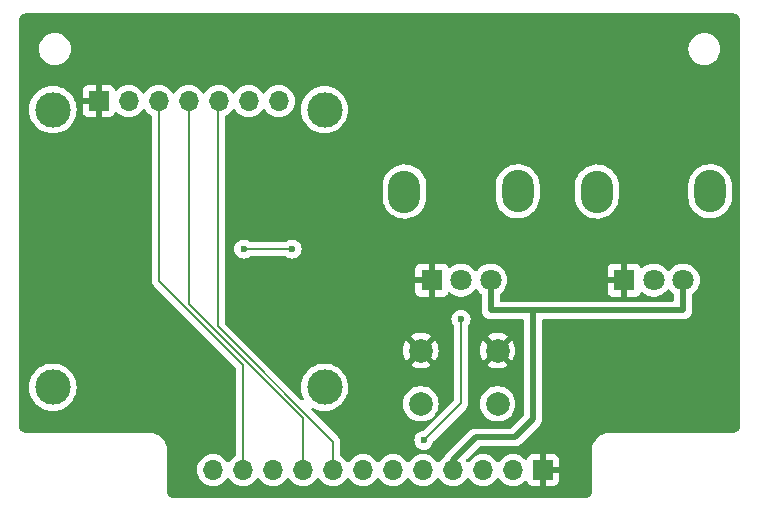
<source format=gbl>
G04 #@! TF.GenerationSoftware,KiCad,Pcbnew,7.0.10*
G04 #@! TF.CreationDate,2024-01-29T09:48:01-06:00*
G04 #@! TF.ProjectId,oled_expander,6f6c6564-5f65-4787-9061-6e6465722e6b,1.1*
G04 #@! TF.SameCoordinates,Original*
G04 #@! TF.FileFunction,Copper,L2,Bot*
G04 #@! TF.FilePolarity,Positive*
%FSLAX46Y46*%
G04 Gerber Fmt 4.6, Leading zero omitted, Abs format (unit mm)*
G04 Created by KiCad (PCBNEW 7.0.10) date 2024-01-29 09:48:01*
%MOMM*%
%LPD*%
G01*
G04 APERTURE LIST*
G04 #@! TA.AperFunction,ComponentPad*
%ADD10C,2.000000*%
G04 #@! TD*
G04 #@! TA.AperFunction,ComponentPad*
%ADD11O,2.720000X3.580000*%
G04 #@! TD*
G04 #@! TA.AperFunction,ComponentPad*
%ADD12O,2.696000X3.580000*%
G04 #@! TD*
G04 #@! TA.AperFunction,ComponentPad*
%ADD13R,1.800000X1.800000*%
G04 #@! TD*
G04 #@! TA.AperFunction,ComponentPad*
%ADD14C,1.800000*%
G04 #@! TD*
G04 #@! TA.AperFunction,WasherPad*
%ADD15C,3.000000*%
G04 #@! TD*
G04 #@! TA.AperFunction,ComponentPad*
%ADD16R,1.700000X1.700000*%
G04 #@! TD*
G04 #@! TA.AperFunction,ComponentPad*
%ADD17O,1.700000X1.700000*%
G04 #@! TD*
G04 #@! TA.AperFunction,ViaPad*
%ADD18C,0.600000*%
G04 #@! TD*
G04 #@! TA.AperFunction,Conductor*
%ADD19C,0.500000*%
G04 #@! TD*
G04 #@! TA.AperFunction,Conductor*
%ADD20C,0.200000*%
G04 #@! TD*
G04 APERTURE END LIST*
D10*
X94742893Y-80292893D03*
X88242893Y-80292893D03*
X94742893Y-75792893D03*
X88242893Y-75792893D03*
D11*
X103152893Y-62322893D03*
D12*
X112740893Y-62310893D03*
D13*
X105452893Y-69822893D03*
D14*
X107952893Y-69822893D03*
X110452893Y-69822893D03*
D11*
X86860000Y-62322893D03*
D12*
X96448000Y-62310893D03*
D13*
X89160000Y-69822893D03*
D14*
X91660000Y-69822893D03*
X94160000Y-69822893D03*
D15*
X57092893Y-55392893D03*
X57092893Y-78892893D03*
X80092893Y-55392893D03*
X80092893Y-78892893D03*
D16*
X60972893Y-54662893D03*
D17*
X63512893Y-54662893D03*
X66052893Y-54662893D03*
X68592893Y-54662893D03*
X71132893Y-54662893D03*
X73672893Y-54662893D03*
X76212893Y-54662893D03*
D16*
X98592893Y-85892893D03*
D17*
X96052893Y-85892893D03*
X93512893Y-85892893D03*
X90972893Y-85892893D03*
X88432893Y-85892893D03*
X85892893Y-85892893D03*
X83352893Y-85892893D03*
X80812893Y-85892893D03*
X78272893Y-85892893D03*
X75732893Y-85892893D03*
X73192893Y-85892893D03*
X70652893Y-85892893D03*
D18*
X88492893Y-83392893D03*
X91642893Y-73142893D03*
X77342893Y-67192893D03*
X73242893Y-67192893D03*
D19*
X94160000Y-69822893D02*
X94160000Y-72392893D01*
X94160000Y-72392893D02*
X97742893Y-72392893D01*
X90972893Y-85892893D02*
X90972893Y-85062893D01*
X90972893Y-85062893D02*
X92892893Y-83142893D01*
X92892893Y-83142893D02*
X96192893Y-83142893D01*
X96192893Y-83142893D02*
X97742893Y-81592893D01*
X97742893Y-81592893D02*
X97742893Y-72392893D01*
X97742893Y-72392893D02*
X110452893Y-72392893D01*
X110452893Y-72392893D02*
X110452893Y-69822893D01*
D20*
X91642893Y-80242893D02*
X91642893Y-73142893D01*
X88492893Y-83392893D02*
X91642893Y-80242893D01*
X71042893Y-54752893D02*
X71042893Y-73742893D01*
X71042893Y-73742893D02*
X80812893Y-83512893D01*
X71132893Y-54662893D02*
X71042893Y-54752893D01*
X80812893Y-83512893D02*
X80812893Y-85892893D01*
X78272893Y-81538579D02*
X78272893Y-85892893D01*
X68592893Y-54662893D02*
X68592893Y-71858579D01*
X68592893Y-71858579D02*
X78272893Y-81538579D01*
X73192893Y-77024265D02*
X73192893Y-85892893D01*
X66052893Y-54662893D02*
X66052893Y-69884265D01*
X66052893Y-69884265D02*
X73192893Y-77024265D01*
X77342893Y-67192893D02*
X73242893Y-67192893D01*
G04 #@! TA.AperFunction,Conductor*
G36*
X114677004Y-47243394D02*
G01*
X114735936Y-47243393D01*
X114749819Y-47244173D01*
X114766775Y-47246083D01*
X114840165Y-47254351D01*
X114867228Y-47260528D01*
X114946440Y-47288244D01*
X114971449Y-47300287D01*
X115042504Y-47344934D01*
X115064213Y-47362246D01*
X115123550Y-47421582D01*
X115140862Y-47443291D01*
X115185505Y-47514338D01*
X115197553Y-47539356D01*
X115225268Y-47618559D01*
X115231447Y-47645629D01*
X115241613Y-47735848D01*
X115242393Y-47749733D01*
X115242393Y-82169393D01*
X115242392Y-82169411D01*
X115242392Y-82235937D01*
X115241612Y-82249820D01*
X115231434Y-82340158D01*
X115225256Y-82367229D01*
X115197542Y-82446433D01*
X115185494Y-82471451D01*
X115140851Y-82542500D01*
X115123538Y-82564209D01*
X115064209Y-82623538D01*
X115042500Y-82640851D01*
X114971451Y-82685494D01*
X114946433Y-82697542D01*
X114867229Y-82725256D01*
X114840158Y-82731434D01*
X114749820Y-82741612D01*
X114735937Y-82742392D01*
X114669410Y-82742392D01*
X114669394Y-82742393D01*
X104316392Y-82742393D01*
X104316375Y-82742392D01*
X104308782Y-82742392D01*
X104242889Y-82742393D01*
X104135574Y-82742393D01*
X103957443Y-82768006D01*
X103923122Y-82772941D01*
X103923121Y-82772941D01*
X103923116Y-82772942D01*
X103717175Y-82833413D01*
X103521954Y-82922567D01*
X103521938Y-82922576D01*
X103341381Y-83038614D01*
X103179170Y-83179170D01*
X103038614Y-83341381D01*
X102922576Y-83521938D01*
X102922567Y-83521954D01*
X102833413Y-83717175D01*
X102772942Y-83923116D01*
X102772942Y-83923119D01*
X102772941Y-83923122D01*
X102771742Y-83931460D01*
X102742393Y-84135574D01*
X102742393Y-84242889D01*
X102742392Y-84318769D01*
X102742393Y-84318782D01*
X102742393Y-87669393D01*
X102742392Y-87669411D01*
X102742392Y-87735937D01*
X102741612Y-87749820D01*
X102731434Y-87840158D01*
X102725256Y-87867229D01*
X102697542Y-87946433D01*
X102685494Y-87971451D01*
X102640851Y-88042500D01*
X102623538Y-88064209D01*
X102564209Y-88123538D01*
X102542500Y-88140851D01*
X102471451Y-88185494D01*
X102446433Y-88197542D01*
X102367229Y-88225256D01*
X102340158Y-88231434D01*
X102249820Y-88241612D01*
X102235937Y-88242392D01*
X102169410Y-88242392D01*
X102169394Y-88242393D01*
X67249859Y-88242393D01*
X67235975Y-88241613D01*
X67222715Y-88240119D01*
X67145633Y-88231433D01*
X67118563Y-88225254D01*
X67039360Y-88197539D01*
X67014342Y-88185491D01*
X66943301Y-88140852D01*
X66921593Y-88123540D01*
X66862256Y-88064203D01*
X66844945Y-88042497D01*
X66800299Y-87971441D01*
X66788259Y-87946438D01*
X66760542Y-87867225D01*
X66754365Y-87840158D01*
X66744173Y-87749692D01*
X66743393Y-87735808D01*
X66743394Y-87677004D01*
X66743393Y-87677000D01*
X66743393Y-84308785D01*
X66743394Y-84308782D01*
X66743393Y-84294266D01*
X66743406Y-84294221D01*
X66743406Y-84242889D01*
X66743407Y-84242889D01*
X66743406Y-84135571D01*
X66712859Y-83923119D01*
X66652387Y-83717177D01*
X66650410Y-83712849D01*
X66622792Y-83652374D01*
X66563223Y-83521937D01*
X66456663Y-83356130D01*
X66447182Y-83341377D01*
X66447181Y-83341376D01*
X66447180Y-83341374D01*
X66306622Y-83179164D01*
X66169607Y-83060441D01*
X66144414Y-83038611D01*
X66144405Y-83038604D01*
X65963851Y-82922571D01*
X65963847Y-82922569D01*
X65963844Y-82922567D01*
X65768603Y-82833405D01*
X65768601Y-82833404D01*
X65768598Y-82833403D01*
X65562654Y-82772935D01*
X65374048Y-82745819D01*
X65350208Y-82742392D01*
X65350207Y-82742392D01*
X65242889Y-82742393D01*
X54749859Y-82742393D01*
X54735975Y-82741613D01*
X54722715Y-82740119D01*
X54645633Y-82731433D01*
X54618563Y-82725254D01*
X54539360Y-82697539D01*
X54514342Y-82685491D01*
X54443301Y-82640852D01*
X54421593Y-82623540D01*
X54362256Y-82564203D01*
X54344945Y-82542497D01*
X54300299Y-82471441D01*
X54288259Y-82446438D01*
X54260542Y-82367225D01*
X54254365Y-82340158D01*
X54244173Y-82249692D01*
X54243393Y-82235808D01*
X54243394Y-82177004D01*
X54243393Y-82177000D01*
X54243393Y-78892894D01*
X55087283Y-78892894D01*
X55107697Y-79178326D01*
X55168521Y-79457930D01*
X55168523Y-79457936D01*
X55168524Y-79457939D01*
X55268526Y-79726054D01*
X55268528Y-79726059D01*
X55405663Y-79977202D01*
X55405668Y-79977210D01*
X55577147Y-80206280D01*
X55577163Y-80206298D01*
X55779487Y-80408622D01*
X55779505Y-80408638D01*
X56008575Y-80580117D01*
X56008583Y-80580122D01*
X56259726Y-80717257D01*
X56259725Y-80717257D01*
X56259729Y-80717258D01*
X56259732Y-80717260D01*
X56527847Y-80817262D01*
X56527853Y-80817263D01*
X56527855Y-80817264D01*
X56807459Y-80878088D01*
X56807461Y-80878088D01*
X56807465Y-80878089D01*
X57061113Y-80896230D01*
X57092892Y-80898503D01*
X57092893Y-80898503D01*
X57092894Y-80898503D01*
X57121488Y-80896457D01*
X57378321Y-80878089D01*
X57657939Y-80817262D01*
X57926054Y-80717260D01*
X58177208Y-80580119D01*
X58406288Y-80408632D01*
X58608632Y-80206288D01*
X58780119Y-79977208D01*
X58917260Y-79726054D01*
X59017262Y-79457939D01*
X59036803Y-79368110D01*
X59078088Y-79178326D01*
X59078088Y-79178325D01*
X59078089Y-79178321D01*
X59098503Y-78892893D01*
X59078089Y-78607465D01*
X59017262Y-78327847D01*
X58917260Y-78059732D01*
X58780119Y-77808578D01*
X58780117Y-77808575D01*
X58608638Y-77579505D01*
X58608622Y-77579487D01*
X58406298Y-77377163D01*
X58406280Y-77377147D01*
X58177210Y-77205668D01*
X58177202Y-77205663D01*
X57926059Y-77068528D01*
X57926060Y-77068528D01*
X57818808Y-77028525D01*
X57657939Y-76968524D01*
X57657936Y-76968523D01*
X57657930Y-76968521D01*
X57378326Y-76907697D01*
X57092894Y-76887283D01*
X57092892Y-76887283D01*
X56807459Y-76907697D01*
X56527855Y-76968521D01*
X56259726Y-77068528D01*
X56008583Y-77205663D01*
X56008575Y-77205668D01*
X55779505Y-77377147D01*
X55779487Y-77377163D01*
X55577163Y-77579487D01*
X55577147Y-77579505D01*
X55405668Y-77808575D01*
X55405663Y-77808583D01*
X55268528Y-78059726D01*
X55168521Y-78327855D01*
X55107697Y-78607459D01*
X55087283Y-78892891D01*
X55087283Y-78892894D01*
X54243393Y-78892894D01*
X54243393Y-55392894D01*
X55087283Y-55392894D01*
X55107697Y-55678326D01*
X55168521Y-55957930D01*
X55168523Y-55957936D01*
X55168524Y-55957939D01*
X55189021Y-56012893D01*
X55268528Y-56226059D01*
X55405663Y-56477202D01*
X55405668Y-56477210D01*
X55577147Y-56706280D01*
X55577163Y-56706298D01*
X55779487Y-56908622D01*
X55779505Y-56908638D01*
X56008575Y-57080117D01*
X56008583Y-57080122D01*
X56259726Y-57217257D01*
X56259725Y-57217257D01*
X56259729Y-57217258D01*
X56259732Y-57217260D01*
X56527847Y-57317262D01*
X56527853Y-57317263D01*
X56527855Y-57317264D01*
X56807459Y-57378088D01*
X56807461Y-57378088D01*
X56807465Y-57378089D01*
X57061113Y-57396230D01*
X57092892Y-57398503D01*
X57092893Y-57398503D01*
X57092894Y-57398503D01*
X57121488Y-57396457D01*
X57378321Y-57378089D01*
X57657939Y-57317262D01*
X57926054Y-57217260D01*
X58177208Y-57080119D01*
X58406288Y-56908632D01*
X58608632Y-56706288D01*
X58780119Y-56477208D01*
X58917260Y-56226054D01*
X59017262Y-55957939D01*
X59021862Y-55936794D01*
X59078088Y-55678326D01*
X59078088Y-55678325D01*
X59078089Y-55678321D01*
X59086499Y-55560737D01*
X59622893Y-55560737D01*
X59629294Y-55620265D01*
X59629296Y-55620272D01*
X59679538Y-55754979D01*
X59679542Y-55754986D01*
X59765702Y-55870080D01*
X59765705Y-55870083D01*
X59880799Y-55956243D01*
X59880806Y-55956247D01*
X60015513Y-56006489D01*
X60015520Y-56006491D01*
X60075048Y-56012892D01*
X60075065Y-56012893D01*
X60722893Y-56012893D01*
X60722893Y-55098394D01*
X60830578Y-55147573D01*
X60937130Y-55162893D01*
X61008656Y-55162893D01*
X61115208Y-55147573D01*
X61222893Y-55098394D01*
X61222893Y-56012893D01*
X61870721Y-56012893D01*
X61870737Y-56012892D01*
X61930265Y-56006491D01*
X61930272Y-56006489D01*
X62064979Y-55956247D01*
X62064986Y-55956243D01*
X62180080Y-55870083D01*
X62180083Y-55870080D01*
X62266243Y-55754986D01*
X62266247Y-55754979D01*
X62315315Y-55623422D01*
X62357186Y-55567488D01*
X62422650Y-55543071D01*
X62490923Y-55557923D01*
X62519178Y-55579074D01*
X62641492Y-55701388D01*
X62718028Y-55754979D01*
X62835058Y-55836925D01*
X62835060Y-55836926D01*
X62835063Y-55836928D01*
X63049230Y-55936796D01*
X63277485Y-55997956D01*
X63448212Y-56012893D01*
X63512892Y-56018552D01*
X63512893Y-56018552D01*
X63512894Y-56018552D01*
X63577574Y-56012893D01*
X63748301Y-55997956D01*
X63976556Y-55936796D01*
X64190723Y-55836928D01*
X64384294Y-55701388D01*
X64551388Y-55534294D01*
X64681318Y-55348735D01*
X64735895Y-55305110D01*
X64805393Y-55297916D01*
X64867748Y-55329439D01*
X64884468Y-55348735D01*
X65014393Y-55534288D01*
X65014398Y-55534294D01*
X65181492Y-55701388D01*
X65258028Y-55754979D01*
X65375058Y-55836925D01*
X65375060Y-55836926D01*
X65375063Y-55836928D01*
X65380791Y-55839599D01*
X65433232Y-55885765D01*
X65452393Y-55951983D01*
X65452393Y-69836777D01*
X65451332Y-69852962D01*
X65447211Y-69884263D01*
X65447211Y-69884265D01*
X65452393Y-69923625D01*
X65452393Y-69923626D01*
X65467848Y-70041025D01*
X65467849Y-70041027D01*
X65528357Y-70187106D01*
X65624611Y-70312547D01*
X65624612Y-70312548D01*
X65649662Y-70331769D01*
X65661857Y-70342464D01*
X72556074Y-77236681D01*
X72589559Y-77298004D01*
X72592393Y-77324362D01*
X72592393Y-84603801D01*
X72572708Y-84670840D01*
X72520807Y-84716179D01*
X72515066Y-84718856D01*
X72515062Y-84718858D01*
X72321490Y-84854398D01*
X72154398Y-85021490D01*
X72024468Y-85207051D01*
X71969891Y-85250676D01*
X71900393Y-85257870D01*
X71838038Y-85226347D01*
X71821318Y-85207051D01*
X71691387Y-85021490D01*
X71524295Y-84854399D01*
X71524288Y-84854394D01*
X71330727Y-84718860D01*
X71330723Y-84718858D01*
X71227748Y-84670840D01*
X71116556Y-84618990D01*
X71116552Y-84618989D01*
X71116548Y-84618987D01*
X70888306Y-84557831D01*
X70888296Y-84557829D01*
X70652894Y-84537234D01*
X70652892Y-84537234D01*
X70417489Y-84557829D01*
X70417479Y-84557831D01*
X70189237Y-84618987D01*
X70189228Y-84618991D01*
X69975064Y-84718857D01*
X69975062Y-84718858D01*
X69781490Y-84854398D01*
X69614398Y-85021490D01*
X69478858Y-85215062D01*
X69478857Y-85215064D01*
X69378991Y-85429228D01*
X69378987Y-85429237D01*
X69317831Y-85657479D01*
X69317829Y-85657489D01*
X69297234Y-85892892D01*
X69297234Y-85892893D01*
X69317829Y-86128296D01*
X69317831Y-86128306D01*
X69378987Y-86356548D01*
X69378989Y-86356552D01*
X69378990Y-86356556D01*
X69458897Y-86527916D01*
X69478858Y-86570723D01*
X69478860Y-86570727D01*
X69587174Y-86725414D01*
X69614398Y-86764294D01*
X69781492Y-86931388D01*
X69858028Y-86984979D01*
X69975058Y-87066925D01*
X69975060Y-87066926D01*
X69975063Y-87066928D01*
X70189230Y-87166796D01*
X70417485Y-87227956D01*
X70588212Y-87242893D01*
X70652892Y-87248552D01*
X70652893Y-87248552D01*
X70652894Y-87248552D01*
X70717574Y-87242893D01*
X70888301Y-87227956D01*
X71116556Y-87166796D01*
X71330723Y-87066928D01*
X71524294Y-86931388D01*
X71691388Y-86764294D01*
X71821318Y-86578735D01*
X71875895Y-86535110D01*
X71945393Y-86527916D01*
X72007748Y-86559439D01*
X72024468Y-86578735D01*
X72154393Y-86764288D01*
X72154398Y-86764294D01*
X72321492Y-86931388D01*
X72398028Y-86984979D01*
X72515058Y-87066925D01*
X72515060Y-87066926D01*
X72515063Y-87066928D01*
X72729230Y-87166796D01*
X72957485Y-87227956D01*
X73128212Y-87242893D01*
X73192892Y-87248552D01*
X73192893Y-87248552D01*
X73192894Y-87248552D01*
X73257574Y-87242893D01*
X73428301Y-87227956D01*
X73656556Y-87166796D01*
X73870723Y-87066928D01*
X74064294Y-86931388D01*
X74231388Y-86764294D01*
X74361318Y-86578735D01*
X74415895Y-86535110D01*
X74485393Y-86527916D01*
X74547748Y-86559439D01*
X74564468Y-86578735D01*
X74694393Y-86764288D01*
X74694398Y-86764294D01*
X74861492Y-86931388D01*
X74938028Y-86984979D01*
X75055058Y-87066925D01*
X75055060Y-87066926D01*
X75055063Y-87066928D01*
X75269230Y-87166796D01*
X75497485Y-87227956D01*
X75668212Y-87242893D01*
X75732892Y-87248552D01*
X75732893Y-87248552D01*
X75732894Y-87248552D01*
X75797574Y-87242893D01*
X75968301Y-87227956D01*
X76196556Y-87166796D01*
X76410723Y-87066928D01*
X76604294Y-86931388D01*
X76771388Y-86764294D01*
X76901318Y-86578735D01*
X76955895Y-86535110D01*
X77025393Y-86527916D01*
X77087748Y-86559439D01*
X77104468Y-86578735D01*
X77234393Y-86764288D01*
X77234398Y-86764294D01*
X77401492Y-86931388D01*
X77478028Y-86984979D01*
X77595058Y-87066925D01*
X77595060Y-87066926D01*
X77595063Y-87066928D01*
X77809230Y-87166796D01*
X78037485Y-87227956D01*
X78208212Y-87242893D01*
X78272892Y-87248552D01*
X78272893Y-87248552D01*
X78272894Y-87248552D01*
X78337574Y-87242893D01*
X78508301Y-87227956D01*
X78736556Y-87166796D01*
X78950723Y-87066928D01*
X79144294Y-86931388D01*
X79311388Y-86764294D01*
X79441318Y-86578735D01*
X79495895Y-86535110D01*
X79565393Y-86527916D01*
X79627748Y-86559439D01*
X79644468Y-86578735D01*
X79774393Y-86764288D01*
X79774398Y-86764294D01*
X79941492Y-86931388D01*
X80018028Y-86984979D01*
X80135058Y-87066925D01*
X80135060Y-87066926D01*
X80135063Y-87066928D01*
X80349230Y-87166796D01*
X80577485Y-87227956D01*
X80748212Y-87242893D01*
X80812892Y-87248552D01*
X80812893Y-87248552D01*
X80812894Y-87248552D01*
X80877574Y-87242893D01*
X81048301Y-87227956D01*
X81276556Y-87166796D01*
X81490723Y-87066928D01*
X81684294Y-86931388D01*
X81851388Y-86764294D01*
X81981318Y-86578735D01*
X82035895Y-86535110D01*
X82105393Y-86527916D01*
X82167748Y-86559439D01*
X82184468Y-86578735D01*
X82314393Y-86764288D01*
X82314398Y-86764294D01*
X82481492Y-86931388D01*
X82558028Y-86984979D01*
X82675058Y-87066925D01*
X82675060Y-87066926D01*
X82675063Y-87066928D01*
X82889230Y-87166796D01*
X83117485Y-87227956D01*
X83288212Y-87242893D01*
X83352892Y-87248552D01*
X83352893Y-87248552D01*
X83352894Y-87248552D01*
X83417574Y-87242893D01*
X83588301Y-87227956D01*
X83816556Y-87166796D01*
X84030723Y-87066928D01*
X84224294Y-86931388D01*
X84391388Y-86764294D01*
X84521318Y-86578735D01*
X84575895Y-86535110D01*
X84645393Y-86527916D01*
X84707748Y-86559439D01*
X84724468Y-86578735D01*
X84854393Y-86764288D01*
X84854398Y-86764294D01*
X85021492Y-86931388D01*
X85098028Y-86984979D01*
X85215058Y-87066925D01*
X85215060Y-87066926D01*
X85215063Y-87066928D01*
X85429230Y-87166796D01*
X85657485Y-87227956D01*
X85828212Y-87242893D01*
X85892892Y-87248552D01*
X85892893Y-87248552D01*
X85892894Y-87248552D01*
X85957574Y-87242893D01*
X86128301Y-87227956D01*
X86356556Y-87166796D01*
X86570723Y-87066928D01*
X86764294Y-86931388D01*
X86931388Y-86764294D01*
X87061318Y-86578735D01*
X87115895Y-86535110D01*
X87185393Y-86527916D01*
X87247748Y-86559439D01*
X87264468Y-86578735D01*
X87394393Y-86764288D01*
X87394398Y-86764294D01*
X87561492Y-86931388D01*
X87638028Y-86984979D01*
X87755058Y-87066925D01*
X87755060Y-87066926D01*
X87755063Y-87066928D01*
X87969230Y-87166796D01*
X88197485Y-87227956D01*
X88368212Y-87242893D01*
X88432892Y-87248552D01*
X88432893Y-87248552D01*
X88432894Y-87248552D01*
X88497574Y-87242893D01*
X88668301Y-87227956D01*
X88896556Y-87166796D01*
X89110723Y-87066928D01*
X89304294Y-86931388D01*
X89471388Y-86764294D01*
X89601318Y-86578735D01*
X89655895Y-86535110D01*
X89725393Y-86527916D01*
X89787748Y-86559439D01*
X89804468Y-86578735D01*
X89934393Y-86764288D01*
X89934398Y-86764294D01*
X90101492Y-86931388D01*
X90178028Y-86984979D01*
X90295058Y-87066925D01*
X90295060Y-87066926D01*
X90295063Y-87066928D01*
X90509230Y-87166796D01*
X90737485Y-87227956D01*
X90908212Y-87242893D01*
X90972892Y-87248552D01*
X90972893Y-87248552D01*
X90972894Y-87248552D01*
X91037574Y-87242893D01*
X91208301Y-87227956D01*
X91436556Y-87166796D01*
X91650723Y-87066928D01*
X91844294Y-86931388D01*
X92011388Y-86764294D01*
X92141318Y-86578735D01*
X92195895Y-86535110D01*
X92265393Y-86527916D01*
X92327748Y-86559439D01*
X92344468Y-86578735D01*
X92474393Y-86764288D01*
X92474398Y-86764294D01*
X92641492Y-86931388D01*
X92718028Y-86984979D01*
X92835058Y-87066925D01*
X92835060Y-87066926D01*
X92835063Y-87066928D01*
X93049230Y-87166796D01*
X93277485Y-87227956D01*
X93448212Y-87242893D01*
X93512892Y-87248552D01*
X93512893Y-87248552D01*
X93512894Y-87248552D01*
X93577574Y-87242893D01*
X93748301Y-87227956D01*
X93976556Y-87166796D01*
X94190723Y-87066928D01*
X94384294Y-86931388D01*
X94551388Y-86764294D01*
X94681318Y-86578735D01*
X94735895Y-86535110D01*
X94805393Y-86527916D01*
X94867748Y-86559439D01*
X94884468Y-86578735D01*
X95014393Y-86764288D01*
X95014398Y-86764294D01*
X95181492Y-86931388D01*
X95258028Y-86984979D01*
X95375058Y-87066925D01*
X95375060Y-87066926D01*
X95375063Y-87066928D01*
X95589230Y-87166796D01*
X95817485Y-87227956D01*
X95988212Y-87242893D01*
X96052892Y-87248552D01*
X96052893Y-87248552D01*
X96052894Y-87248552D01*
X96117574Y-87242893D01*
X96288301Y-87227956D01*
X96516556Y-87166796D01*
X96730723Y-87066928D01*
X96924294Y-86931388D01*
X97046610Y-86809071D01*
X97107929Y-86775589D01*
X97177621Y-86780573D01*
X97233555Y-86822444D01*
X97250470Y-86853421D01*
X97299539Y-86984981D01*
X97299542Y-86984986D01*
X97385702Y-87100080D01*
X97385705Y-87100083D01*
X97500799Y-87186243D01*
X97500806Y-87186247D01*
X97635513Y-87236489D01*
X97635520Y-87236491D01*
X97695048Y-87242892D01*
X97695065Y-87242893D01*
X98342893Y-87242893D01*
X98342893Y-86328394D01*
X98450578Y-86377573D01*
X98557130Y-86392893D01*
X98628656Y-86392893D01*
X98735208Y-86377573D01*
X98842893Y-86328394D01*
X98842893Y-87242893D01*
X99490721Y-87242893D01*
X99490737Y-87242892D01*
X99550265Y-87236491D01*
X99550272Y-87236489D01*
X99684979Y-87186247D01*
X99684986Y-87186243D01*
X99800080Y-87100083D01*
X99800083Y-87100080D01*
X99886243Y-86984986D01*
X99886247Y-86984979D01*
X99936489Y-86850272D01*
X99936491Y-86850265D01*
X99942892Y-86790737D01*
X99942893Y-86790720D01*
X99942893Y-86142893D01*
X99026579Y-86142893D01*
X99052386Y-86102737D01*
X99092893Y-85964782D01*
X99092893Y-85821004D01*
X99052386Y-85683049D01*
X99026579Y-85642893D01*
X99942893Y-85642893D01*
X99942893Y-84995065D01*
X99942892Y-84995048D01*
X99936491Y-84935520D01*
X99936489Y-84935513D01*
X99886247Y-84800806D01*
X99886243Y-84800799D01*
X99800083Y-84685705D01*
X99800080Y-84685702D01*
X99684986Y-84599542D01*
X99684979Y-84599538D01*
X99550272Y-84549296D01*
X99550265Y-84549294D01*
X99490737Y-84542893D01*
X98842893Y-84542893D01*
X98842893Y-85457391D01*
X98735208Y-85408213D01*
X98628656Y-85392893D01*
X98557130Y-85392893D01*
X98450578Y-85408213D01*
X98342893Y-85457391D01*
X98342893Y-84542893D01*
X97695048Y-84542893D01*
X97635520Y-84549294D01*
X97635513Y-84549296D01*
X97500806Y-84599538D01*
X97500799Y-84599542D01*
X97385705Y-84685702D01*
X97385702Y-84685705D01*
X97299542Y-84800799D01*
X97299538Y-84800806D01*
X97250471Y-84932363D01*
X97208600Y-84988297D01*
X97143135Y-85012714D01*
X97074862Y-84997862D01*
X97046608Y-84976712D01*
X97002259Y-84932363D01*
X96924294Y-84854398D01*
X96924290Y-84854395D01*
X96924289Y-84854394D01*
X96730727Y-84718860D01*
X96730723Y-84718858D01*
X96627748Y-84670840D01*
X96516556Y-84618990D01*
X96516552Y-84618989D01*
X96516548Y-84618987D01*
X96288306Y-84557831D01*
X96288296Y-84557829D01*
X96052894Y-84537234D01*
X96052892Y-84537234D01*
X95817489Y-84557829D01*
X95817479Y-84557831D01*
X95589237Y-84618987D01*
X95589228Y-84618991D01*
X95375064Y-84718857D01*
X95375062Y-84718858D01*
X95181490Y-84854398D01*
X95014398Y-85021490D01*
X94884468Y-85207051D01*
X94829891Y-85250676D01*
X94760393Y-85257870D01*
X94698038Y-85226347D01*
X94681318Y-85207051D01*
X94551387Y-85021490D01*
X94384295Y-84854399D01*
X94384288Y-84854394D01*
X94190727Y-84718860D01*
X94190723Y-84718858D01*
X94087748Y-84670840D01*
X93976556Y-84618990D01*
X93976552Y-84618989D01*
X93976548Y-84618987D01*
X93748306Y-84557831D01*
X93748296Y-84557829D01*
X93512894Y-84537234D01*
X93512892Y-84537234D01*
X93277489Y-84557829D01*
X93277479Y-84557831D01*
X93049237Y-84618987D01*
X93049228Y-84618991D01*
X92835064Y-84718857D01*
X92835062Y-84718858D01*
X92641490Y-84854398D01*
X92474401Y-85021487D01*
X92344467Y-85207053D01*
X92289890Y-85250677D01*
X92220391Y-85257870D01*
X92158037Y-85226348D01*
X92141322Y-85207057D01*
X92097535Y-85144523D01*
X92075209Y-85078320D01*
X92092219Y-85010553D01*
X92111426Y-84985726D01*
X93167442Y-83929712D01*
X93228765Y-83896227D01*
X93255123Y-83893393D01*
X96129188Y-83893393D01*
X96147158Y-83894702D01*
X96170916Y-83898182D01*
X96220262Y-83893864D01*
X96231069Y-83893393D01*
X96236597Y-83893393D01*
X96236602Y-83893393D01*
X96267449Y-83889786D01*
X96270923Y-83889432D01*
X96345690Y-83882892D01*
X96345698Y-83882889D01*
X96352759Y-83881432D01*
X96352771Y-83881491D01*
X96360136Y-83879858D01*
X96360122Y-83879799D01*
X96367142Y-83878134D01*
X96367148Y-83878134D01*
X96437672Y-83852465D01*
X96441010Y-83851305D01*
X96512227Y-83827707D01*
X96512235Y-83827701D01*
X96518775Y-83824653D01*
X96518801Y-83824709D01*
X96525583Y-83821425D01*
X96525556Y-83821371D01*
X96532006Y-83818131D01*
X96532010Y-83818130D01*
X96594730Y-83776877D01*
X96597625Y-83775033D01*
X96661549Y-83735605D01*
X96661555Y-83735598D01*
X96667218Y-83731122D01*
X96667256Y-83731170D01*
X96673093Y-83726415D01*
X96673054Y-83726368D01*
X96678584Y-83721726D01*
X96678589Y-83721723D01*
X96730077Y-83667147D01*
X96732524Y-83664628D01*
X98228535Y-82168617D01*
X98242164Y-82156840D01*
X98261423Y-82142503D01*
X98293253Y-82104569D01*
X98300570Y-82096584D01*
X98304480Y-82092674D01*
X98304480Y-82092673D01*
X98304484Y-82092670D01*
X98323726Y-82068331D01*
X98325962Y-82065586D01*
X98374195Y-82008107D01*
X98374200Y-82008096D01*
X98378167Y-82002068D01*
X98378218Y-82002101D01*
X98382265Y-81995749D01*
X98382213Y-81995717D01*
X98386001Y-81989573D01*
X98386004Y-81989570D01*
X98417714Y-81921566D01*
X98419255Y-81918381D01*
X98452933Y-81851326D01*
X98452936Y-81851310D01*
X98455402Y-81844539D01*
X98455460Y-81844560D01*
X98457936Y-81837439D01*
X98457879Y-81837421D01*
X98460149Y-81830570D01*
X98460150Y-81830566D01*
X98475340Y-81756995D01*
X98476072Y-81753691D01*
X98493393Y-81680614D01*
X98493393Y-81680605D01*
X98494231Y-81673441D01*
X98494291Y-81673448D01*
X98495057Y-81665948D01*
X98494998Y-81665943D01*
X98495627Y-81658753D01*
X98493445Y-81583763D01*
X98493393Y-81580156D01*
X98493393Y-73267393D01*
X98513078Y-73200354D01*
X98565882Y-73154599D01*
X98617393Y-73143393D01*
X110427448Y-73143393D01*
X110434657Y-73143602D01*
X110496828Y-73147224D01*
X110558197Y-73136401D01*
X110565277Y-73135364D01*
X110627148Y-73128134D01*
X110637675Y-73124301D01*
X110658565Y-73118704D01*
X110669604Y-73116758D01*
X110713319Y-73097901D01*
X110726791Y-73092090D01*
X110733473Y-73089434D01*
X110792010Y-73068130D01*
X110801381Y-73061965D01*
X110820399Y-73051711D01*
X110830697Y-73047270D01*
X110880679Y-73010058D01*
X110886541Y-73005954D01*
X110938589Y-72971723D01*
X110946284Y-72963565D01*
X110962427Y-72949199D01*
X110971423Y-72942503D01*
X111011477Y-72894767D01*
X111016226Y-72889431D01*
X111058985Y-72844111D01*
X111064593Y-72834395D01*
X111076986Y-72816696D01*
X111084195Y-72808107D01*
X111112155Y-72752431D01*
X111115546Y-72746141D01*
X111146705Y-72692174D01*
X111149922Y-72681426D01*
X111157899Y-72661348D01*
X111162933Y-72651326D01*
X111177298Y-72590713D01*
X111179158Y-72583770D01*
X111197023Y-72524103D01*
X111197674Y-72512911D01*
X111200810Y-72491510D01*
X111203392Y-72480618D01*
X111203393Y-72480614D01*
X111203393Y-72418337D01*
X111203603Y-72411127D01*
X111205937Y-72371052D01*
X111207224Y-72348958D01*
X111205277Y-72337914D01*
X111203393Y-72316383D01*
X111203393Y-71074091D01*
X111223078Y-71007052D01*
X111251231Y-70976237D01*
X111404677Y-70856806D01*
X111561872Y-70686046D01*
X111688817Y-70491742D01*
X111782050Y-70279193D01*
X111839027Y-70054198D01*
X111839028Y-70054190D01*
X111858193Y-69822899D01*
X111858193Y-69822886D01*
X111839028Y-69591595D01*
X111839026Y-69591584D01*
X111782050Y-69366592D01*
X111688817Y-69154044D01*
X111561876Y-68959745D01*
X111561873Y-68959742D01*
X111561872Y-68959740D01*
X111404677Y-68788980D01*
X111404672Y-68788976D01*
X111404670Y-68788974D01*
X111221527Y-68646428D01*
X111221521Y-68646424D01*
X111017397Y-68535957D01*
X111017388Y-68535954D01*
X110797877Y-68460595D01*
X110610297Y-68429294D01*
X110568942Y-68422393D01*
X110336844Y-68422393D01*
X110295489Y-68429294D01*
X110107908Y-68460595D01*
X109888397Y-68535954D01*
X109888388Y-68535957D01*
X109684264Y-68646424D01*
X109684258Y-68646428D01*
X109501115Y-68788974D01*
X109501112Y-68788977D01*
X109501109Y-68788979D01*
X109501109Y-68788980D01*
X109476678Y-68815520D01*
X109343908Y-68959747D01*
X109306701Y-69016697D01*
X109253555Y-69062054D01*
X109184323Y-69071477D01*
X109120988Y-69041975D01*
X109099085Y-69016697D01*
X109061877Y-68959747D01*
X109061875Y-68959745D01*
X109061872Y-68959740D01*
X108904677Y-68788980D01*
X108904672Y-68788976D01*
X108904670Y-68788974D01*
X108721527Y-68646428D01*
X108721521Y-68646424D01*
X108517397Y-68535957D01*
X108517388Y-68535954D01*
X108297877Y-68460595D01*
X108110297Y-68429294D01*
X108068942Y-68422393D01*
X107836844Y-68422393D01*
X107795489Y-68429294D01*
X107607908Y-68460595D01*
X107388397Y-68535954D01*
X107388388Y-68535957D01*
X107184265Y-68646424D01*
X107006916Y-68784460D01*
X106941922Y-68810102D01*
X106873382Y-68796535D01*
X106823057Y-68748067D01*
X106814572Y-68729938D01*
X106796248Y-68680808D01*
X106796243Y-68680799D01*
X106710083Y-68565705D01*
X106710080Y-68565702D01*
X106594986Y-68479542D01*
X106594979Y-68479538D01*
X106460272Y-68429296D01*
X106460265Y-68429294D01*
X106400737Y-68422893D01*
X105702893Y-68422893D01*
X105702893Y-69387391D01*
X105595208Y-69338213D01*
X105488656Y-69322893D01*
X105417130Y-69322893D01*
X105310578Y-69338213D01*
X105202893Y-69387391D01*
X105202893Y-68422893D01*
X104505048Y-68422893D01*
X104445520Y-68429294D01*
X104445513Y-68429296D01*
X104310806Y-68479538D01*
X104310799Y-68479542D01*
X104195705Y-68565702D01*
X104195702Y-68565705D01*
X104109542Y-68680799D01*
X104109538Y-68680806D01*
X104059296Y-68815513D01*
X104059294Y-68815520D01*
X104052893Y-68875048D01*
X104052893Y-69572893D01*
X105019207Y-69572893D01*
X104993400Y-69613049D01*
X104952893Y-69751004D01*
X104952893Y-69894782D01*
X104993400Y-70032737D01*
X105019207Y-70072893D01*
X104052893Y-70072893D01*
X104052893Y-70770737D01*
X104059294Y-70830265D01*
X104059296Y-70830272D01*
X104109538Y-70964979D01*
X104109542Y-70964986D01*
X104195702Y-71080080D01*
X104195705Y-71080083D01*
X104310799Y-71166243D01*
X104310806Y-71166247D01*
X104445513Y-71216489D01*
X104445520Y-71216491D01*
X104505048Y-71222892D01*
X104505065Y-71222893D01*
X105202893Y-71222893D01*
X105202893Y-70258394D01*
X105310578Y-70307573D01*
X105417130Y-70322893D01*
X105488656Y-70322893D01*
X105595208Y-70307573D01*
X105702893Y-70258394D01*
X105702893Y-71222893D01*
X106400721Y-71222893D01*
X106400737Y-71222892D01*
X106460265Y-71216491D01*
X106460272Y-71216489D01*
X106594979Y-71166247D01*
X106594986Y-71166243D01*
X106710080Y-71080083D01*
X106710083Y-71080080D01*
X106796243Y-70964986D01*
X106796246Y-70964981D01*
X106814571Y-70915848D01*
X106856442Y-70859913D01*
X106921906Y-70835495D01*
X106990179Y-70850346D01*
X107006916Y-70861326D01*
X107184258Y-70999357D01*
X107184264Y-70999361D01*
X107184267Y-70999363D01*
X107388390Y-71109829D01*
X107502380Y-71148961D01*
X107607908Y-71185190D01*
X107607910Y-71185190D01*
X107607912Y-71185191D01*
X107836844Y-71223393D01*
X107836845Y-71223393D01*
X108068941Y-71223393D01*
X108068942Y-71223393D01*
X108297874Y-71185191D01*
X108517396Y-71109829D01*
X108721519Y-70999363D01*
X108751232Y-70976237D01*
X108783022Y-70951493D01*
X108904677Y-70856806D01*
X109061872Y-70686046D01*
X109099084Y-70629089D01*
X109152230Y-70583732D01*
X109221462Y-70574308D01*
X109284797Y-70603810D01*
X109306702Y-70629089D01*
X109343909Y-70686040D01*
X109343912Y-70686044D01*
X109343914Y-70686046D01*
X109501109Y-70856806D01*
X109654555Y-70976237D01*
X109695368Y-71032948D01*
X109702393Y-71074091D01*
X109702393Y-71518393D01*
X109682708Y-71585432D01*
X109629904Y-71631187D01*
X109578393Y-71642393D01*
X97768338Y-71642393D01*
X97761128Y-71642183D01*
X97698958Y-71638562D01*
X97698957Y-71638562D01*
X97687916Y-71640509D01*
X97666384Y-71642393D01*
X95034500Y-71642393D01*
X94967461Y-71622708D01*
X94921706Y-71569904D01*
X94910500Y-71518393D01*
X94910500Y-71074091D01*
X94930185Y-71007052D01*
X94958338Y-70976237D01*
X95111784Y-70856806D01*
X95268979Y-70686046D01*
X95395924Y-70491742D01*
X95489157Y-70279193D01*
X95546134Y-70054198D01*
X95546135Y-70054190D01*
X95565300Y-69822899D01*
X95565300Y-69822886D01*
X95546135Y-69591595D01*
X95546133Y-69591584D01*
X95489157Y-69366592D01*
X95395924Y-69154044D01*
X95268983Y-68959745D01*
X95268980Y-68959742D01*
X95268979Y-68959740D01*
X95111784Y-68788980D01*
X95111779Y-68788976D01*
X95111777Y-68788974D01*
X94928634Y-68646428D01*
X94928628Y-68646424D01*
X94724504Y-68535957D01*
X94724495Y-68535954D01*
X94504984Y-68460595D01*
X94317404Y-68429294D01*
X94276049Y-68422393D01*
X94043951Y-68422393D01*
X94002596Y-68429294D01*
X93815015Y-68460595D01*
X93595504Y-68535954D01*
X93595495Y-68535957D01*
X93391371Y-68646424D01*
X93391365Y-68646428D01*
X93208222Y-68788974D01*
X93208219Y-68788977D01*
X93208216Y-68788979D01*
X93208216Y-68788980D01*
X93183785Y-68815520D01*
X93051015Y-68959747D01*
X93013808Y-69016697D01*
X92960662Y-69062054D01*
X92891430Y-69071477D01*
X92828095Y-69041975D01*
X92806192Y-69016697D01*
X92768984Y-68959747D01*
X92768982Y-68959745D01*
X92768979Y-68959740D01*
X92611784Y-68788980D01*
X92611779Y-68788976D01*
X92611777Y-68788974D01*
X92428634Y-68646428D01*
X92428628Y-68646424D01*
X92224504Y-68535957D01*
X92224495Y-68535954D01*
X92004984Y-68460595D01*
X91817404Y-68429294D01*
X91776049Y-68422393D01*
X91543951Y-68422393D01*
X91502596Y-68429294D01*
X91315015Y-68460595D01*
X91095504Y-68535954D01*
X91095495Y-68535957D01*
X90891372Y-68646424D01*
X90714023Y-68784460D01*
X90649029Y-68810102D01*
X90580489Y-68796535D01*
X90530164Y-68748067D01*
X90521679Y-68729938D01*
X90503355Y-68680808D01*
X90503350Y-68680799D01*
X90417190Y-68565705D01*
X90417187Y-68565702D01*
X90302093Y-68479542D01*
X90302086Y-68479538D01*
X90167379Y-68429296D01*
X90167372Y-68429294D01*
X90107844Y-68422893D01*
X89410000Y-68422893D01*
X89410000Y-69387391D01*
X89302315Y-69338213D01*
X89195763Y-69322893D01*
X89124237Y-69322893D01*
X89017685Y-69338213D01*
X88910000Y-69387391D01*
X88910000Y-68422893D01*
X88212155Y-68422893D01*
X88152627Y-68429294D01*
X88152620Y-68429296D01*
X88017913Y-68479538D01*
X88017906Y-68479542D01*
X87902812Y-68565702D01*
X87902809Y-68565705D01*
X87816649Y-68680799D01*
X87816645Y-68680806D01*
X87766403Y-68815513D01*
X87766401Y-68815520D01*
X87760000Y-68875048D01*
X87760000Y-69572893D01*
X88726314Y-69572893D01*
X88700507Y-69613049D01*
X88660000Y-69751004D01*
X88660000Y-69894782D01*
X88700507Y-70032737D01*
X88726314Y-70072893D01*
X87760000Y-70072893D01*
X87760000Y-70770737D01*
X87766401Y-70830265D01*
X87766403Y-70830272D01*
X87816645Y-70964979D01*
X87816649Y-70964986D01*
X87902809Y-71080080D01*
X87902812Y-71080083D01*
X88017906Y-71166243D01*
X88017913Y-71166247D01*
X88152620Y-71216489D01*
X88152627Y-71216491D01*
X88212155Y-71222892D01*
X88212172Y-71222893D01*
X88910000Y-71222893D01*
X88910000Y-70258394D01*
X89017685Y-70307573D01*
X89124237Y-70322893D01*
X89195763Y-70322893D01*
X89302315Y-70307573D01*
X89410000Y-70258394D01*
X89410000Y-71222893D01*
X90107828Y-71222893D01*
X90107844Y-71222892D01*
X90167372Y-71216491D01*
X90167379Y-71216489D01*
X90302086Y-71166247D01*
X90302093Y-71166243D01*
X90417187Y-71080083D01*
X90417190Y-71080080D01*
X90503350Y-70964986D01*
X90503353Y-70964981D01*
X90521678Y-70915848D01*
X90563549Y-70859913D01*
X90629013Y-70835495D01*
X90697286Y-70850346D01*
X90714023Y-70861326D01*
X90891365Y-70999357D01*
X90891371Y-70999361D01*
X90891374Y-70999363D01*
X91095497Y-71109829D01*
X91209487Y-71148961D01*
X91315015Y-71185190D01*
X91315017Y-71185190D01*
X91315019Y-71185191D01*
X91543951Y-71223393D01*
X91543952Y-71223393D01*
X91776048Y-71223393D01*
X91776049Y-71223393D01*
X92004981Y-71185191D01*
X92224503Y-71109829D01*
X92428626Y-70999363D01*
X92458339Y-70976237D01*
X92490129Y-70951493D01*
X92611784Y-70856806D01*
X92768979Y-70686046D01*
X92806191Y-70629089D01*
X92859337Y-70583732D01*
X92928569Y-70574308D01*
X92991904Y-70603810D01*
X93013809Y-70629089D01*
X93051016Y-70686040D01*
X93051019Y-70686044D01*
X93051021Y-70686046D01*
X93208216Y-70856806D01*
X93361662Y-70976237D01*
X93402475Y-71032948D01*
X93409500Y-71074091D01*
X93409500Y-72367447D01*
X93409290Y-72374657D01*
X93405668Y-72436826D01*
X93405669Y-72436828D01*
X93416482Y-72498156D01*
X93417527Y-72505289D01*
X93424757Y-72567142D01*
X93424761Y-72567157D01*
X93428594Y-72577688D01*
X93434186Y-72598557D01*
X93436133Y-72609601D01*
X93436134Y-72609603D01*
X93443432Y-72626521D01*
X93460801Y-72666789D01*
X93463459Y-72673478D01*
X93484762Y-72732009D01*
X93490924Y-72741377D01*
X93501179Y-72760397D01*
X93505620Y-72770692D01*
X93505624Y-72770699D01*
X93542814Y-72820653D01*
X93546940Y-72826545D01*
X93581170Y-72878589D01*
X93589330Y-72886288D01*
X93603690Y-72902424D01*
X93610390Y-72911423D01*
X93647430Y-72942503D01*
X93658102Y-72951458D01*
X93663491Y-72956255D01*
X93708778Y-72998983D01*
X93708780Y-72998983D01*
X93708782Y-72998985D01*
X93718489Y-73004589D01*
X93736195Y-73016987D01*
X93744786Y-73024195D01*
X93744787Y-73024195D01*
X93744789Y-73024197D01*
X93800438Y-73052144D01*
X93806764Y-73055554D01*
X93860719Y-73086705D01*
X93871463Y-73089921D01*
X93891544Y-73097899D01*
X93901567Y-73102933D01*
X93915310Y-73106190D01*
X93962174Y-73117298D01*
X93969136Y-73119163D01*
X94028790Y-73137023D01*
X94039978Y-73137674D01*
X94061372Y-73140807D01*
X94072279Y-73143393D01*
X94134555Y-73143393D01*
X94141764Y-73143602D01*
X94203935Y-73147224D01*
X94214977Y-73145277D01*
X94236509Y-73143393D01*
X96868393Y-73143393D01*
X96935432Y-73163078D01*
X96981187Y-73215882D01*
X96992393Y-73267393D01*
X96992393Y-81230663D01*
X96972708Y-81297702D01*
X96956074Y-81318344D01*
X95918344Y-82356074D01*
X95857021Y-82389559D01*
X95830663Y-82392393D01*
X92956598Y-82392393D01*
X92938628Y-82391084D01*
X92914865Y-82387603D01*
X92867736Y-82391727D01*
X92865523Y-82391921D01*
X92854717Y-82392393D01*
X92849177Y-82392393D01*
X92818394Y-82395991D01*
X92814809Y-82396357D01*
X92740092Y-82402894D01*
X92733025Y-82404353D01*
X92733013Y-82404297D01*
X92725656Y-82405928D01*
X92725670Y-82405985D01*
X92718633Y-82407653D01*
X92648124Y-82433314D01*
X92644723Y-82434496D01*
X92573561Y-82458077D01*
X92567019Y-82461128D01*
X92566994Y-82461076D01*
X92560201Y-82464364D01*
X92560227Y-82464415D01*
X92553779Y-82467653D01*
X92491121Y-82508863D01*
X92488084Y-82510798D01*
X92424237Y-82550181D01*
X92418570Y-82554662D01*
X92418534Y-82554616D01*
X92412691Y-82559377D01*
X92412728Y-82559421D01*
X92407203Y-82564057D01*
X92407197Y-82564062D01*
X92407197Y-82564063D01*
X92380016Y-82592873D01*
X92355741Y-82618602D01*
X92353229Y-82621187D01*
X90487251Y-84487165D01*
X90473622Y-84498944D01*
X90454362Y-84513283D01*
X90422525Y-84551224D01*
X90415239Y-84559177D01*
X90411300Y-84563117D01*
X90392069Y-84587438D01*
X90389795Y-84590230D01*
X90341587Y-84647683D01*
X90337622Y-84653712D01*
X90337575Y-84653681D01*
X90333525Y-84660037D01*
X90333574Y-84660068D01*
X90329780Y-84666219D01*
X90324205Y-84678175D01*
X90282948Y-84727341D01*
X90101490Y-84854398D01*
X89934398Y-85021490D01*
X89804468Y-85207051D01*
X89749891Y-85250676D01*
X89680393Y-85257870D01*
X89618038Y-85226347D01*
X89601318Y-85207051D01*
X89471387Y-85021490D01*
X89304295Y-84854399D01*
X89304288Y-84854394D01*
X89110727Y-84718860D01*
X89110723Y-84718858D01*
X89007748Y-84670840D01*
X88896556Y-84618990D01*
X88896552Y-84618989D01*
X88896548Y-84618987D01*
X88668306Y-84557831D01*
X88668296Y-84557829D01*
X88432894Y-84537234D01*
X88432892Y-84537234D01*
X88197489Y-84557829D01*
X88197479Y-84557831D01*
X87969237Y-84618987D01*
X87969228Y-84618991D01*
X87755064Y-84718857D01*
X87755062Y-84718858D01*
X87561490Y-84854398D01*
X87394398Y-85021490D01*
X87264468Y-85207051D01*
X87209891Y-85250676D01*
X87140393Y-85257870D01*
X87078038Y-85226347D01*
X87061318Y-85207051D01*
X86931387Y-85021490D01*
X86764295Y-84854399D01*
X86764288Y-84854394D01*
X86570727Y-84718860D01*
X86570723Y-84718858D01*
X86467748Y-84670840D01*
X86356556Y-84618990D01*
X86356552Y-84618989D01*
X86356548Y-84618987D01*
X86128306Y-84557831D01*
X86128296Y-84557829D01*
X85892894Y-84537234D01*
X85892892Y-84537234D01*
X85657489Y-84557829D01*
X85657479Y-84557831D01*
X85429237Y-84618987D01*
X85429228Y-84618991D01*
X85215064Y-84718857D01*
X85215062Y-84718858D01*
X85021490Y-84854398D01*
X84854398Y-85021490D01*
X84724468Y-85207051D01*
X84669891Y-85250676D01*
X84600393Y-85257870D01*
X84538038Y-85226347D01*
X84521318Y-85207051D01*
X84391387Y-85021490D01*
X84224295Y-84854399D01*
X84224288Y-84854394D01*
X84030727Y-84718860D01*
X84030723Y-84718858D01*
X83927748Y-84670840D01*
X83816556Y-84618990D01*
X83816552Y-84618989D01*
X83816548Y-84618987D01*
X83588306Y-84557831D01*
X83588296Y-84557829D01*
X83352894Y-84537234D01*
X83352892Y-84537234D01*
X83117489Y-84557829D01*
X83117479Y-84557831D01*
X82889237Y-84618987D01*
X82889228Y-84618991D01*
X82675064Y-84718857D01*
X82675062Y-84718858D01*
X82481490Y-84854398D01*
X82314398Y-85021490D01*
X82184468Y-85207051D01*
X82129891Y-85250676D01*
X82060393Y-85257870D01*
X81998038Y-85226347D01*
X81981318Y-85207051D01*
X81851387Y-85021490D01*
X81684295Y-84854399D01*
X81684288Y-84854394D01*
X81490724Y-84718858D01*
X81490719Y-84718855D01*
X81484984Y-84716181D01*
X81432546Y-84670006D01*
X81413393Y-84603801D01*
X81413393Y-83560387D01*
X81414454Y-83544201D01*
X81418576Y-83512893D01*
X81418576Y-83512892D01*
X81409923Y-83447169D01*
X81402777Y-83392896D01*
X87687328Y-83392896D01*
X87707523Y-83572142D01*
X87707524Y-83572147D01*
X87767104Y-83742416D01*
X87853428Y-83879799D01*
X87863077Y-83895155D01*
X87990631Y-84022709D01*
X88143371Y-84118682D01*
X88191640Y-84135572D01*
X88313638Y-84178261D01*
X88313643Y-84178262D01*
X88492889Y-84198458D01*
X88492893Y-84198458D01*
X88492897Y-84198458D01*
X88672142Y-84178262D01*
X88672145Y-84178261D01*
X88672148Y-84178261D01*
X88842415Y-84118682D01*
X88995155Y-84022709D01*
X89122709Y-83895155D01*
X89218682Y-83742415D01*
X89278261Y-83572148D01*
X89288054Y-83485222D01*
X89315119Y-83420811D01*
X89323583Y-83411436D01*
X92033936Y-80701083D01*
X92046116Y-80690402D01*
X92071175Y-80671175D01*
X92167429Y-80545734D01*
X92227937Y-80399655D01*
X92241992Y-80292898D01*
X93237250Y-80292898D01*
X93257783Y-80540705D01*
X93257785Y-80540717D01*
X93318829Y-80781774D01*
X93418719Y-81009499D01*
X93554726Y-81217675D01*
X93587138Y-81252884D01*
X93723149Y-81400631D01*
X93919384Y-81553367D01*
X93919386Y-81553368D01*
X94134104Y-81669568D01*
X94138083Y-81671721D01*
X94373279Y-81752464D01*
X94618558Y-81793393D01*
X94867228Y-81793393D01*
X95112507Y-81752464D01*
X95347703Y-81671721D01*
X95566402Y-81553367D01*
X95762637Y-81400631D01*
X95931057Y-81217678D01*
X96067066Y-81009500D01*
X96166956Y-80781774D01*
X96228001Y-80540714D01*
X96238946Y-80408632D01*
X96248536Y-80292898D01*
X96248536Y-80292887D01*
X96228002Y-80045080D01*
X96228000Y-80045068D01*
X96166956Y-79804011D01*
X96067066Y-79576286D01*
X95931059Y-79368110D01*
X95909450Y-79344637D01*
X95762637Y-79185155D01*
X95566402Y-79032419D01*
X95566400Y-79032418D01*
X95566399Y-79032417D01*
X95347704Y-78914065D01*
X95347695Y-78914062D01*
X95112509Y-78833322D01*
X94867228Y-78792393D01*
X94618558Y-78792393D01*
X94373276Y-78833322D01*
X94138090Y-78914062D01*
X94138081Y-78914065D01*
X93919386Y-79032417D01*
X93723150Y-79185154D01*
X93554726Y-79368110D01*
X93418719Y-79576286D01*
X93318829Y-79804011D01*
X93257785Y-80045068D01*
X93257783Y-80045080D01*
X93237250Y-80292887D01*
X93237250Y-80292898D01*
X92241992Y-80292898D01*
X92243393Y-80282254D01*
X92248575Y-80242893D01*
X92244454Y-80211590D01*
X92243393Y-80195405D01*
X92243393Y-75792898D01*
X93237752Y-75792898D01*
X93258278Y-76040622D01*
X93258280Y-76040631D01*
X93319305Y-76281610D01*
X93419159Y-76509257D01*
X93519457Y-76662775D01*
X94216963Y-75965269D01*
X94219777Y-75978808D01*
X94289335Y-76113049D01*
X94392531Y-76223545D01*
X94521712Y-76302102D01*
X94572895Y-76316442D01*
X93872835Y-77016502D01*
X93919661Y-77052948D01*
X93919663Y-77052949D01*
X94138278Y-77171257D01*
X94138289Y-77171262D01*
X94373399Y-77251976D01*
X94618600Y-77292893D01*
X94867186Y-77292893D01*
X95112386Y-77251976D01*
X95347496Y-77171262D01*
X95347507Y-77171257D01*
X95566121Y-77052950D01*
X95566124Y-77052948D01*
X95612949Y-77016502D01*
X94914461Y-76318014D01*
X95031351Y-76267242D01*
X95148632Y-76171827D01*
X95235821Y-76048308D01*
X95266247Y-75962695D01*
X95966327Y-76662775D01*
X96066624Y-76509262D01*
X96166480Y-76281610D01*
X96227505Y-76040631D01*
X96227507Y-76040622D01*
X96248034Y-75792898D01*
X96248034Y-75792887D01*
X96227507Y-75545163D01*
X96227505Y-75545154D01*
X96166480Y-75304175D01*
X96066624Y-75076523D01*
X95966327Y-74923009D01*
X95268822Y-75620515D01*
X95266009Y-75606978D01*
X95196451Y-75472737D01*
X95093255Y-75362241D01*
X94964074Y-75283684D01*
X94912890Y-75269343D01*
X95612950Y-74569283D01*
X95612949Y-74569282D01*
X95566122Y-74532836D01*
X95347507Y-74414528D01*
X95347496Y-74414523D01*
X95112386Y-74333809D01*
X94867186Y-74292893D01*
X94618600Y-74292893D01*
X94373399Y-74333809D01*
X94138289Y-74414523D01*
X94138283Y-74414525D01*
X93919654Y-74532842D01*
X93872835Y-74569281D01*
X93872835Y-74569283D01*
X94571324Y-75267771D01*
X94454435Y-75318544D01*
X94337154Y-75413959D01*
X94249965Y-75537478D01*
X94219538Y-75623090D01*
X93519457Y-74923009D01*
X93419160Y-75076525D01*
X93319305Y-75304175D01*
X93258280Y-75545154D01*
X93258278Y-75545163D01*
X93237752Y-75792887D01*
X93237752Y-75792898D01*
X92243393Y-75792898D01*
X92243393Y-73725305D01*
X92263078Y-73658266D01*
X92270448Y-73647990D01*
X92272703Y-73645160D01*
X92272709Y-73645155D01*
X92368682Y-73492415D01*
X92428261Y-73322148D01*
X92428262Y-73322142D01*
X92448458Y-73142896D01*
X92448458Y-73142889D01*
X92428262Y-72963643D01*
X92428261Y-72963638D01*
X92386437Y-72844113D01*
X92368682Y-72793371D01*
X92272709Y-72640631D01*
X92145155Y-72513077D01*
X92144907Y-72512921D01*
X91992416Y-72417104D01*
X91822147Y-72357524D01*
X91822142Y-72357523D01*
X91642897Y-72337328D01*
X91642889Y-72337328D01*
X91463643Y-72357523D01*
X91463638Y-72357524D01*
X91293369Y-72417104D01*
X91140630Y-72513077D01*
X91013077Y-72640630D01*
X90917104Y-72793369D01*
X90857524Y-72963638D01*
X90857523Y-72963643D01*
X90837328Y-73142889D01*
X90837328Y-73142896D01*
X90857523Y-73322142D01*
X90857524Y-73322147D01*
X90917104Y-73492416D01*
X91013078Y-73645156D01*
X91015338Y-73647990D01*
X91016227Y-73650168D01*
X91016782Y-73651051D01*
X91016627Y-73651148D01*
X91041748Y-73712676D01*
X91042393Y-73725305D01*
X91042393Y-79942795D01*
X91022708Y-80009834D01*
X91006074Y-80030476D01*
X88474358Y-82562191D01*
X88413035Y-82595676D01*
X88400561Y-82597730D01*
X88313643Y-82607523D01*
X88143371Y-82667103D01*
X87990630Y-82763077D01*
X87863077Y-82890630D01*
X87767104Y-83043369D01*
X87707524Y-83213638D01*
X87707523Y-83213643D01*
X87687328Y-83392889D01*
X87687328Y-83392896D01*
X81402777Y-83392896D01*
X81397937Y-83356131D01*
X81359781Y-83264015D01*
X81337431Y-83210056D01*
X81337428Y-83210051D01*
X81265344Y-83116109D01*
X81265343Y-83116108D01*
X81251654Y-83098268D01*
X81241174Y-83084609D01*
X81216122Y-83065387D01*
X81203927Y-83054692D01*
X79003328Y-80854093D01*
X78969843Y-80792770D01*
X78974827Y-80723078D01*
X79016699Y-80667145D01*
X79082163Y-80642728D01*
X79150436Y-80657580D01*
X79259726Y-80717257D01*
X79259725Y-80717257D01*
X79259729Y-80717258D01*
X79259732Y-80717260D01*
X79527847Y-80817262D01*
X79527853Y-80817263D01*
X79527855Y-80817264D01*
X79807459Y-80878088D01*
X79807461Y-80878088D01*
X79807465Y-80878089D01*
X80061113Y-80896230D01*
X80092892Y-80898503D01*
X80092893Y-80898503D01*
X80092894Y-80898503D01*
X80121488Y-80896457D01*
X80378321Y-80878089D01*
X80657939Y-80817262D01*
X80926054Y-80717260D01*
X81177208Y-80580119D01*
X81406288Y-80408632D01*
X81522022Y-80292898D01*
X86737250Y-80292898D01*
X86757783Y-80540705D01*
X86757785Y-80540717D01*
X86818829Y-80781774D01*
X86918719Y-81009499D01*
X87054726Y-81217675D01*
X87087138Y-81252884D01*
X87223149Y-81400631D01*
X87419384Y-81553367D01*
X87419386Y-81553368D01*
X87634104Y-81669568D01*
X87638083Y-81671721D01*
X87873279Y-81752464D01*
X88118558Y-81793393D01*
X88367228Y-81793393D01*
X88612507Y-81752464D01*
X88847703Y-81671721D01*
X89066402Y-81553367D01*
X89262637Y-81400631D01*
X89431057Y-81217678D01*
X89567066Y-81009500D01*
X89666956Y-80781774D01*
X89728001Y-80540714D01*
X89738946Y-80408632D01*
X89748536Y-80292898D01*
X89748536Y-80292887D01*
X89728002Y-80045080D01*
X89728000Y-80045068D01*
X89666956Y-79804011D01*
X89567066Y-79576286D01*
X89431059Y-79368110D01*
X89409450Y-79344637D01*
X89262637Y-79185155D01*
X89066402Y-79032419D01*
X89066400Y-79032418D01*
X89066399Y-79032417D01*
X88847704Y-78914065D01*
X88847695Y-78914062D01*
X88612509Y-78833322D01*
X88367228Y-78792393D01*
X88118558Y-78792393D01*
X87873276Y-78833322D01*
X87638090Y-78914062D01*
X87638081Y-78914065D01*
X87419386Y-79032417D01*
X87223150Y-79185154D01*
X87054726Y-79368110D01*
X86918719Y-79576286D01*
X86818829Y-79804011D01*
X86757785Y-80045068D01*
X86757783Y-80045080D01*
X86737250Y-80292887D01*
X86737250Y-80292898D01*
X81522022Y-80292898D01*
X81608632Y-80206288D01*
X81780119Y-79977208D01*
X81917260Y-79726054D01*
X82017262Y-79457939D01*
X82036803Y-79368110D01*
X82078088Y-79178326D01*
X82078088Y-79178325D01*
X82078089Y-79178321D01*
X82098503Y-78892893D01*
X82078089Y-78607465D01*
X82017262Y-78327847D01*
X81917260Y-78059732D01*
X81780119Y-77808578D01*
X81780117Y-77808575D01*
X81608638Y-77579505D01*
X81608622Y-77579487D01*
X81406298Y-77377163D01*
X81406280Y-77377147D01*
X81177210Y-77205668D01*
X81177202Y-77205663D01*
X80926059Y-77068528D01*
X80926060Y-77068528D01*
X80818808Y-77028525D01*
X80657939Y-76968524D01*
X80657936Y-76968523D01*
X80657930Y-76968521D01*
X80378326Y-76907697D01*
X80092894Y-76887283D01*
X80092892Y-76887283D01*
X79807459Y-76907697D01*
X79527855Y-76968521D01*
X79259726Y-77068528D01*
X79008583Y-77205663D01*
X79008575Y-77205668D01*
X78779505Y-77377147D01*
X78779487Y-77377163D01*
X78577163Y-77579487D01*
X78577147Y-77579505D01*
X78405668Y-77808575D01*
X78405663Y-77808583D01*
X78268528Y-78059726D01*
X78168521Y-78327855D01*
X78107697Y-78607459D01*
X78087283Y-78892891D01*
X78087283Y-78892894D01*
X78107697Y-79178326D01*
X78168521Y-79457930D01*
X78268528Y-79726060D01*
X78328205Y-79835349D01*
X78343057Y-79903622D01*
X78318640Y-79969086D01*
X78262707Y-80010958D01*
X78193015Y-80015942D01*
X78131692Y-79982457D01*
X73942133Y-75792898D01*
X86737752Y-75792898D01*
X86758278Y-76040622D01*
X86758280Y-76040631D01*
X86819305Y-76281610D01*
X86919159Y-76509257D01*
X87019457Y-76662775D01*
X87716963Y-75965269D01*
X87719777Y-75978808D01*
X87789335Y-76113049D01*
X87892531Y-76223545D01*
X88021712Y-76302102D01*
X88072895Y-76316442D01*
X87372835Y-77016502D01*
X87419661Y-77052948D01*
X87419663Y-77052949D01*
X87638278Y-77171257D01*
X87638289Y-77171262D01*
X87873399Y-77251976D01*
X88118600Y-77292893D01*
X88367186Y-77292893D01*
X88612386Y-77251976D01*
X88847496Y-77171262D01*
X88847507Y-77171257D01*
X89066121Y-77052950D01*
X89066124Y-77052948D01*
X89112949Y-77016502D01*
X88414461Y-76318014D01*
X88531351Y-76267242D01*
X88648632Y-76171827D01*
X88735821Y-76048308D01*
X88766247Y-75962695D01*
X89466327Y-76662775D01*
X89566624Y-76509262D01*
X89666480Y-76281610D01*
X89727505Y-76040631D01*
X89727507Y-76040622D01*
X89748034Y-75792898D01*
X89748034Y-75792887D01*
X89727507Y-75545163D01*
X89727505Y-75545154D01*
X89666480Y-75304175D01*
X89566624Y-75076523D01*
X89466327Y-74923009D01*
X88768822Y-75620515D01*
X88766009Y-75606978D01*
X88696451Y-75472737D01*
X88593255Y-75362241D01*
X88464074Y-75283684D01*
X88412890Y-75269343D01*
X89112950Y-74569283D01*
X89112949Y-74569282D01*
X89066122Y-74532836D01*
X88847507Y-74414528D01*
X88847496Y-74414523D01*
X88612386Y-74333809D01*
X88367186Y-74292893D01*
X88118600Y-74292893D01*
X87873399Y-74333809D01*
X87638289Y-74414523D01*
X87638283Y-74414525D01*
X87419654Y-74532842D01*
X87372835Y-74569281D01*
X87372835Y-74569283D01*
X88071324Y-75267771D01*
X87954435Y-75318544D01*
X87837154Y-75413959D01*
X87749965Y-75537478D01*
X87719538Y-75623090D01*
X87019457Y-74923009D01*
X86919160Y-75076525D01*
X86819305Y-75304175D01*
X86758280Y-75545154D01*
X86758278Y-75545163D01*
X86737752Y-75792887D01*
X86737752Y-75792898D01*
X73942133Y-75792898D01*
X71679712Y-73530477D01*
X71646227Y-73469154D01*
X71643393Y-73442796D01*
X71643393Y-67192896D01*
X72437328Y-67192896D01*
X72457523Y-67372142D01*
X72457524Y-67372147D01*
X72517104Y-67542416D01*
X72613077Y-67695155D01*
X72740631Y-67822709D01*
X72893371Y-67918682D01*
X73063638Y-67978261D01*
X73063643Y-67978262D01*
X73242889Y-67998458D01*
X73242893Y-67998458D01*
X73242897Y-67998458D01*
X73422142Y-67978262D01*
X73422145Y-67978261D01*
X73422148Y-67978261D01*
X73592415Y-67918682D01*
X73745155Y-67822709D01*
X73745160Y-67822703D01*
X73747990Y-67820448D01*
X73750168Y-67819558D01*
X73751051Y-67819004D01*
X73751148Y-67819158D01*
X73812676Y-67794038D01*
X73825305Y-67793393D01*
X76760481Y-67793393D01*
X76827520Y-67813078D01*
X76837796Y-67820448D01*
X76840629Y-67822707D01*
X76840631Y-67822709D01*
X76993371Y-67918682D01*
X77163638Y-67978261D01*
X77163643Y-67978262D01*
X77342889Y-67998458D01*
X77342893Y-67998458D01*
X77342897Y-67998458D01*
X77522142Y-67978262D01*
X77522145Y-67978261D01*
X77522148Y-67978261D01*
X77692415Y-67918682D01*
X77845155Y-67822709D01*
X77972709Y-67695155D01*
X78068682Y-67542415D01*
X78128261Y-67372148D01*
X78148458Y-67192893D01*
X78128261Y-67013638D01*
X78068682Y-66843371D01*
X77972709Y-66690631D01*
X77845155Y-66563077D01*
X77692416Y-66467104D01*
X77522147Y-66407524D01*
X77522142Y-66407523D01*
X77342897Y-66387328D01*
X77342889Y-66387328D01*
X77163643Y-66407523D01*
X77163638Y-66407524D01*
X76993369Y-66467104D01*
X76840629Y-66563078D01*
X76837796Y-66565338D01*
X76835617Y-66566227D01*
X76834735Y-66566782D01*
X76834637Y-66566627D01*
X76773110Y-66591748D01*
X76760481Y-66592393D01*
X73825305Y-66592393D01*
X73758266Y-66572708D01*
X73747990Y-66565338D01*
X73745156Y-66563078D01*
X73745155Y-66563077D01*
X73688389Y-66527408D01*
X73592416Y-66467104D01*
X73422147Y-66407524D01*
X73422142Y-66407523D01*
X73242897Y-66387328D01*
X73242889Y-66387328D01*
X73063643Y-66407523D01*
X73063638Y-66407524D01*
X72893369Y-66467104D01*
X72740630Y-66563077D01*
X72613077Y-66690630D01*
X72517104Y-66843369D01*
X72457524Y-67013638D01*
X72457523Y-67013643D01*
X72437328Y-67192889D01*
X72437328Y-67192896D01*
X71643393Y-67192896D01*
X71643393Y-62820910D01*
X84999500Y-62820910D01*
X85014403Y-63024508D01*
X85014405Y-63024522D01*
X85073615Y-63290328D01*
X85073618Y-63290335D01*
X85170907Y-63544707D01*
X85304196Y-63782203D01*
X85470645Y-63997761D01*
X85666705Y-64186787D01*
X85666708Y-64186789D01*
X85666709Y-64186790D01*
X85888189Y-64345245D01*
X85888192Y-64345246D01*
X85888198Y-64345251D01*
X86017908Y-64411940D01*
X86108848Y-64458696D01*
X86130403Y-64469778D01*
X86130407Y-64469779D01*
X86130411Y-64469781D01*
X86388145Y-64557708D01*
X86388151Y-64557709D01*
X86388159Y-64557712D01*
X86548564Y-64587340D01*
X86655959Y-64607177D01*
X86655961Y-64607177D01*
X86655971Y-64607179D01*
X86873699Y-64615135D01*
X86928129Y-64617125D01*
X86928129Y-64617124D01*
X86928131Y-64617125D01*
X87198839Y-64587339D01*
X87462326Y-64518455D01*
X87712975Y-64411940D01*
X87945444Y-64270066D01*
X88154779Y-64095856D01*
X88336518Y-63893024D01*
X88486788Y-63665891D01*
X88602386Y-63419299D01*
X88680847Y-63158504D01*
X88720500Y-62889064D01*
X88720500Y-62820462D01*
X94599500Y-62820462D01*
X94614307Y-63022756D01*
X94614308Y-63022766D01*
X94673139Y-63286864D01*
X94673141Y-63286869D01*
X94769802Y-63539600D01*
X94902232Y-63775564D01*
X95067606Y-63989731D01*
X95262392Y-64177528D01*
X95262397Y-64177533D01*
X95262402Y-64177537D01*
X95482466Y-64334980D01*
X95556266Y-64372923D01*
X95723093Y-64458696D01*
X95723104Y-64458700D01*
X95723109Y-64458703D01*
X95723115Y-64458705D01*
X95979188Y-64546066D01*
X95979194Y-64546067D01*
X95979202Y-64546070D01*
X96184978Y-64584078D01*
X96245275Y-64595216D01*
X96245277Y-64595216D01*
X96245287Y-64595218D01*
X96461611Y-64603123D01*
X96515690Y-64605100D01*
X96515690Y-64605099D01*
X96515692Y-64605100D01*
X96784654Y-64575506D01*
X97046441Y-64507066D01*
X97295473Y-64401239D01*
X97526443Y-64260280D01*
X97734428Y-64087194D01*
X97914994Y-63885669D01*
X98064295Y-63660002D01*
X98179147Y-63415000D01*
X98257102Y-63155888D01*
X98296500Y-62888186D01*
X98296500Y-62820910D01*
X101292393Y-62820910D01*
X101307296Y-63024508D01*
X101307298Y-63024522D01*
X101366508Y-63290328D01*
X101366511Y-63290335D01*
X101463800Y-63544707D01*
X101597089Y-63782203D01*
X101763538Y-63997761D01*
X101959598Y-64186787D01*
X101959601Y-64186789D01*
X101959602Y-64186790D01*
X102181082Y-64345245D01*
X102181085Y-64345246D01*
X102181091Y-64345251D01*
X102310801Y-64411940D01*
X102401741Y-64458696D01*
X102423296Y-64469778D01*
X102423300Y-64469779D01*
X102423304Y-64469781D01*
X102681038Y-64557708D01*
X102681044Y-64557709D01*
X102681052Y-64557712D01*
X102841457Y-64587340D01*
X102948852Y-64607177D01*
X102948854Y-64607177D01*
X102948864Y-64607179D01*
X103166592Y-64615135D01*
X103221022Y-64617125D01*
X103221022Y-64617124D01*
X103221024Y-64617125D01*
X103491732Y-64587339D01*
X103755219Y-64518455D01*
X104005868Y-64411940D01*
X104238337Y-64270066D01*
X104447672Y-64095856D01*
X104629411Y-63893024D01*
X104779681Y-63665891D01*
X104895279Y-63419299D01*
X104973740Y-63158504D01*
X105013393Y-62889064D01*
X105013393Y-62820462D01*
X110892393Y-62820462D01*
X110907200Y-63022756D01*
X110907201Y-63022766D01*
X110966032Y-63286864D01*
X110966034Y-63286869D01*
X111062695Y-63539600D01*
X111195125Y-63775564D01*
X111360499Y-63989731D01*
X111555285Y-64177528D01*
X111555290Y-64177533D01*
X111555295Y-64177537D01*
X111775359Y-64334980D01*
X111849159Y-64372923D01*
X112015986Y-64458696D01*
X112015997Y-64458700D01*
X112016002Y-64458703D01*
X112016008Y-64458705D01*
X112272081Y-64546066D01*
X112272087Y-64546067D01*
X112272095Y-64546070D01*
X112477871Y-64584078D01*
X112538168Y-64595216D01*
X112538170Y-64595216D01*
X112538180Y-64595218D01*
X112754504Y-64603123D01*
X112808583Y-64605100D01*
X112808583Y-64605099D01*
X112808585Y-64605100D01*
X113077547Y-64575506D01*
X113339334Y-64507066D01*
X113588366Y-64401239D01*
X113819336Y-64260280D01*
X114027321Y-64087194D01*
X114207887Y-63885669D01*
X114357188Y-63660002D01*
X114472040Y-63415000D01*
X114549995Y-63155888D01*
X114589393Y-62888186D01*
X114589393Y-61801342D01*
X114574586Y-61599029D01*
X114515752Y-61334917D01*
X114419091Y-61082186D01*
X114286661Y-60846222D01*
X114121287Y-60632055D01*
X114121286Y-60632054D01*
X113926500Y-60444257D01*
X113926493Y-60444251D01*
X113926491Y-60444249D01*
X113706427Y-60286806D01*
X113698730Y-60282848D01*
X113465799Y-60163089D01*
X113465777Y-60163080D01*
X113209704Y-60075719D01*
X113209691Y-60075716D01*
X113209686Y-60075715D01*
X112943617Y-60026569D01*
X112943597Y-60026567D01*
X112673202Y-60016685D01*
X112404243Y-60046279D01*
X112404232Y-60046281D01*
X112142457Y-60114718D01*
X111893425Y-60220544D01*
X111662454Y-60361503D01*
X111662444Y-60361510D01*
X111454467Y-60534589D01*
X111454465Y-60534591D01*
X111273898Y-60736117D01*
X111124598Y-60961782D01*
X111009746Y-61206786D01*
X110931790Y-61465899D01*
X110931790Y-61465900D01*
X110928643Y-61487285D01*
X110892393Y-61733600D01*
X110892393Y-61733604D01*
X110892393Y-62820462D01*
X105013393Y-62820462D01*
X105013393Y-61824893D01*
X105011669Y-61801344D01*
X105006711Y-61733600D01*
X104998490Y-61621277D01*
X104993532Y-61599019D01*
X104939277Y-61355457D01*
X104939275Y-61355453D01*
X104939275Y-61355451D01*
X104841986Y-61101079D01*
X104708697Y-60863583D01*
X104542248Y-60648025D01*
X104346188Y-60458999D01*
X104346185Y-60458997D01*
X104346183Y-60458995D01*
X104124703Y-60300540D01*
X104124697Y-60300536D01*
X104124695Y-60300535D01*
X103994985Y-60233846D01*
X103882495Y-60176010D01*
X103882481Y-60176004D01*
X103624747Y-60088077D01*
X103624734Y-60088074D01*
X103624729Y-60088073D01*
X103356933Y-60038608D01*
X103356913Y-60038606D01*
X103084763Y-60028660D01*
X102814065Y-60058445D01*
X102814052Y-60058447D01*
X102550572Y-60127329D01*
X102299918Y-60233846D01*
X102067453Y-60375717D01*
X102067443Y-60375724D01*
X101858115Y-60549928D01*
X101676375Y-60752761D01*
X101526106Y-60979892D01*
X101526105Y-60979895D01*
X101419743Y-61206786D01*
X101410506Y-61226490D01*
X101332045Y-61487285D01*
X101315602Y-61599019D01*
X101292393Y-61756722D01*
X101292393Y-61756726D01*
X101292393Y-62820910D01*
X98296500Y-62820910D01*
X98296500Y-61801342D01*
X98281693Y-61599029D01*
X98222859Y-61334917D01*
X98126198Y-61082186D01*
X97993768Y-60846222D01*
X97828394Y-60632055D01*
X97828393Y-60632054D01*
X97633607Y-60444257D01*
X97633600Y-60444251D01*
X97633598Y-60444249D01*
X97413534Y-60286806D01*
X97405837Y-60282848D01*
X97172906Y-60163089D01*
X97172884Y-60163080D01*
X96916811Y-60075719D01*
X96916798Y-60075716D01*
X96916793Y-60075715D01*
X96650724Y-60026569D01*
X96650704Y-60026567D01*
X96380309Y-60016685D01*
X96111350Y-60046279D01*
X96111339Y-60046281D01*
X95849564Y-60114718D01*
X95600532Y-60220544D01*
X95369561Y-60361503D01*
X95369551Y-60361510D01*
X95161574Y-60534589D01*
X95161572Y-60534591D01*
X94981005Y-60736117D01*
X94831705Y-60961782D01*
X94716853Y-61206786D01*
X94638897Y-61465899D01*
X94638897Y-61465900D01*
X94635750Y-61487285D01*
X94599500Y-61733600D01*
X94599500Y-61733604D01*
X94599500Y-62820462D01*
X88720500Y-62820462D01*
X88720500Y-61824893D01*
X88718776Y-61801344D01*
X88713818Y-61733600D01*
X88705597Y-61621277D01*
X88700639Y-61599019D01*
X88646384Y-61355457D01*
X88646382Y-61355453D01*
X88646382Y-61355451D01*
X88549093Y-61101079D01*
X88415804Y-60863583D01*
X88249355Y-60648025D01*
X88053295Y-60458999D01*
X88053292Y-60458997D01*
X88053290Y-60458995D01*
X87831810Y-60300540D01*
X87831804Y-60300536D01*
X87831802Y-60300535D01*
X87702092Y-60233846D01*
X87589602Y-60176010D01*
X87589588Y-60176004D01*
X87331854Y-60088077D01*
X87331841Y-60088074D01*
X87331836Y-60088073D01*
X87064040Y-60038608D01*
X87064020Y-60038606D01*
X86791870Y-60028660D01*
X86521172Y-60058445D01*
X86521159Y-60058447D01*
X86257679Y-60127329D01*
X86007025Y-60233846D01*
X85774560Y-60375717D01*
X85774550Y-60375724D01*
X85565222Y-60549928D01*
X85383482Y-60752761D01*
X85233213Y-60979892D01*
X85233212Y-60979895D01*
X85126850Y-61206786D01*
X85117613Y-61226490D01*
X85039152Y-61487285D01*
X85022709Y-61599019D01*
X84999500Y-61756722D01*
X84999500Y-61756726D01*
X84999500Y-62820910D01*
X71643393Y-62820910D01*
X71643393Y-55993951D01*
X71663078Y-55926912D01*
X71714988Y-55881569D01*
X71810723Y-55836928D01*
X72004294Y-55701388D01*
X72171388Y-55534294D01*
X72301318Y-55348735D01*
X72355895Y-55305110D01*
X72425393Y-55297916D01*
X72487748Y-55329439D01*
X72504468Y-55348735D01*
X72634393Y-55534288D01*
X72634398Y-55534294D01*
X72801492Y-55701388D01*
X72878028Y-55754979D01*
X72995058Y-55836925D01*
X72995060Y-55836926D01*
X72995063Y-55836928D01*
X73209230Y-55936796D01*
X73437485Y-55997956D01*
X73608212Y-56012893D01*
X73672892Y-56018552D01*
X73672893Y-56018552D01*
X73672894Y-56018552D01*
X73737574Y-56012893D01*
X73908301Y-55997956D01*
X74136556Y-55936796D01*
X74350723Y-55836928D01*
X74544294Y-55701388D01*
X74711388Y-55534294D01*
X74841318Y-55348735D01*
X74895895Y-55305110D01*
X74965393Y-55297916D01*
X75027748Y-55329439D01*
X75044468Y-55348735D01*
X75174393Y-55534288D01*
X75174398Y-55534294D01*
X75341492Y-55701388D01*
X75418028Y-55754979D01*
X75535058Y-55836925D01*
X75535060Y-55836926D01*
X75535063Y-55836928D01*
X75749230Y-55936796D01*
X75977485Y-55997956D01*
X76148212Y-56012893D01*
X76212892Y-56018552D01*
X76212893Y-56018552D01*
X76212894Y-56018552D01*
X76277574Y-56012893D01*
X76448301Y-55997956D01*
X76676556Y-55936796D01*
X76890723Y-55836928D01*
X77084294Y-55701388D01*
X77251388Y-55534294D01*
X77350397Y-55392894D01*
X78087283Y-55392894D01*
X78107697Y-55678326D01*
X78168521Y-55957930D01*
X78168523Y-55957936D01*
X78168524Y-55957939D01*
X78189021Y-56012893D01*
X78268528Y-56226059D01*
X78405663Y-56477202D01*
X78405668Y-56477210D01*
X78577147Y-56706280D01*
X78577163Y-56706298D01*
X78779487Y-56908622D01*
X78779505Y-56908638D01*
X79008575Y-57080117D01*
X79008583Y-57080122D01*
X79259726Y-57217257D01*
X79259725Y-57217257D01*
X79259729Y-57217258D01*
X79259732Y-57217260D01*
X79527847Y-57317262D01*
X79527853Y-57317263D01*
X79527855Y-57317264D01*
X79807459Y-57378088D01*
X79807461Y-57378088D01*
X79807465Y-57378089D01*
X80061113Y-57396230D01*
X80092892Y-57398503D01*
X80092893Y-57398503D01*
X80092894Y-57398503D01*
X80121488Y-57396457D01*
X80378321Y-57378089D01*
X80657939Y-57317262D01*
X80926054Y-57217260D01*
X81177208Y-57080119D01*
X81406288Y-56908632D01*
X81608632Y-56706288D01*
X81780119Y-56477208D01*
X81917260Y-56226054D01*
X82017262Y-55957939D01*
X82021862Y-55936794D01*
X82078088Y-55678326D01*
X82078088Y-55678325D01*
X82078089Y-55678321D01*
X82098503Y-55392893D01*
X82078089Y-55107465D01*
X82032589Y-54898306D01*
X82017264Y-54827855D01*
X82017263Y-54827853D01*
X82017262Y-54827847D01*
X81917260Y-54559732D01*
X81859006Y-54453049D01*
X81780122Y-54308583D01*
X81780117Y-54308575D01*
X81608638Y-54079505D01*
X81608622Y-54079487D01*
X81406298Y-53877163D01*
X81406280Y-53877147D01*
X81177210Y-53705668D01*
X81177202Y-53705663D01*
X80926059Y-53568528D01*
X80926060Y-53568528D01*
X80818808Y-53528525D01*
X80657939Y-53468524D01*
X80657936Y-53468523D01*
X80657930Y-53468521D01*
X80378326Y-53407697D01*
X80092894Y-53387283D01*
X80092892Y-53387283D01*
X79807459Y-53407697D01*
X79527855Y-53468521D01*
X79259726Y-53568528D01*
X79008583Y-53705663D01*
X79008575Y-53705668D01*
X78779505Y-53877147D01*
X78779487Y-53877163D01*
X78577163Y-54079487D01*
X78577147Y-54079505D01*
X78405668Y-54308575D01*
X78405663Y-54308583D01*
X78268528Y-54559726D01*
X78168521Y-54827855D01*
X78107697Y-55107459D01*
X78087283Y-55392891D01*
X78087283Y-55392894D01*
X77350397Y-55392894D01*
X77386928Y-55340723D01*
X77486796Y-55126556D01*
X77547956Y-54898301D01*
X77568552Y-54662893D01*
X77547956Y-54427485D01*
X77486796Y-54199230D01*
X77386928Y-53985064D01*
X77381318Y-53977051D01*
X77251387Y-53791490D01*
X77084295Y-53624399D01*
X77084288Y-53624394D01*
X76890727Y-53488860D01*
X76890723Y-53488858D01*
X76890721Y-53488857D01*
X76676556Y-53388990D01*
X76676552Y-53388989D01*
X76676548Y-53388987D01*
X76448306Y-53327831D01*
X76448296Y-53327829D01*
X76212894Y-53307234D01*
X76212892Y-53307234D01*
X75977489Y-53327829D01*
X75977479Y-53327831D01*
X75749237Y-53388987D01*
X75749228Y-53388991D01*
X75535064Y-53488857D01*
X75535062Y-53488858D01*
X75341490Y-53624398D01*
X75174398Y-53791490D01*
X75044468Y-53977051D01*
X74989891Y-54020676D01*
X74920393Y-54027870D01*
X74858038Y-53996347D01*
X74841318Y-53977051D01*
X74711387Y-53791490D01*
X74544295Y-53624399D01*
X74544288Y-53624394D01*
X74350727Y-53488860D01*
X74350723Y-53488858D01*
X74350721Y-53488857D01*
X74136556Y-53388990D01*
X74136552Y-53388989D01*
X74136548Y-53388987D01*
X73908306Y-53327831D01*
X73908296Y-53327829D01*
X73672894Y-53307234D01*
X73672892Y-53307234D01*
X73437489Y-53327829D01*
X73437479Y-53327831D01*
X73209237Y-53388987D01*
X73209228Y-53388991D01*
X72995064Y-53488857D01*
X72995062Y-53488858D01*
X72801490Y-53624398D01*
X72634398Y-53791490D01*
X72504468Y-53977051D01*
X72449891Y-54020676D01*
X72380393Y-54027870D01*
X72318038Y-53996347D01*
X72301318Y-53977051D01*
X72171387Y-53791490D01*
X72004295Y-53624399D01*
X72004288Y-53624394D01*
X71810727Y-53488860D01*
X71810723Y-53488858D01*
X71810721Y-53488857D01*
X71596556Y-53388990D01*
X71596552Y-53388989D01*
X71596548Y-53388987D01*
X71368306Y-53327831D01*
X71368296Y-53327829D01*
X71132894Y-53307234D01*
X71132892Y-53307234D01*
X70897489Y-53327829D01*
X70897479Y-53327831D01*
X70669237Y-53388987D01*
X70669228Y-53388991D01*
X70455064Y-53488857D01*
X70455062Y-53488858D01*
X70261490Y-53624398D01*
X70094398Y-53791490D01*
X69964468Y-53977051D01*
X69909891Y-54020676D01*
X69840393Y-54027870D01*
X69778038Y-53996347D01*
X69761318Y-53977051D01*
X69631387Y-53791490D01*
X69464295Y-53624399D01*
X69464288Y-53624394D01*
X69270727Y-53488860D01*
X69270723Y-53488858D01*
X69270721Y-53488857D01*
X69056556Y-53388990D01*
X69056552Y-53388989D01*
X69056548Y-53388987D01*
X68828306Y-53327831D01*
X68828296Y-53327829D01*
X68592894Y-53307234D01*
X68592892Y-53307234D01*
X68357489Y-53327829D01*
X68357479Y-53327831D01*
X68129237Y-53388987D01*
X68129228Y-53388991D01*
X67915064Y-53488857D01*
X67915062Y-53488858D01*
X67721490Y-53624398D01*
X67554398Y-53791490D01*
X67424468Y-53977051D01*
X67369891Y-54020676D01*
X67300393Y-54027870D01*
X67238038Y-53996347D01*
X67221318Y-53977051D01*
X67091387Y-53791490D01*
X66924295Y-53624399D01*
X66924288Y-53624394D01*
X66730727Y-53488860D01*
X66730723Y-53488858D01*
X66730721Y-53488857D01*
X66516556Y-53388990D01*
X66516552Y-53388989D01*
X66516548Y-53388987D01*
X66288306Y-53327831D01*
X66288296Y-53327829D01*
X66052894Y-53307234D01*
X66052892Y-53307234D01*
X65817489Y-53327829D01*
X65817479Y-53327831D01*
X65589237Y-53388987D01*
X65589228Y-53388991D01*
X65375064Y-53488857D01*
X65375062Y-53488858D01*
X65181490Y-53624398D01*
X65014398Y-53791490D01*
X64884468Y-53977051D01*
X64829891Y-54020676D01*
X64760393Y-54027870D01*
X64698038Y-53996347D01*
X64681318Y-53977051D01*
X64551387Y-53791490D01*
X64384295Y-53624399D01*
X64384288Y-53624394D01*
X64190727Y-53488860D01*
X64190723Y-53488858D01*
X64190721Y-53488857D01*
X63976556Y-53388990D01*
X63976552Y-53388989D01*
X63976548Y-53388987D01*
X63748306Y-53327831D01*
X63748296Y-53327829D01*
X63512894Y-53307234D01*
X63512892Y-53307234D01*
X63277489Y-53327829D01*
X63277479Y-53327831D01*
X63049237Y-53388987D01*
X63049228Y-53388991D01*
X62835064Y-53488857D01*
X62835062Y-53488858D01*
X62641493Y-53624396D01*
X62519177Y-53746712D01*
X62457854Y-53780196D01*
X62388162Y-53775212D01*
X62332229Y-53733340D01*
X62315314Y-53702363D01*
X62266247Y-53570806D01*
X62266243Y-53570799D01*
X62180083Y-53455705D01*
X62180080Y-53455702D01*
X62064986Y-53369542D01*
X62064979Y-53369538D01*
X61930272Y-53319296D01*
X61930265Y-53319294D01*
X61870737Y-53312893D01*
X61222893Y-53312893D01*
X61222893Y-54227391D01*
X61115208Y-54178213D01*
X61008656Y-54162893D01*
X60937130Y-54162893D01*
X60830578Y-54178213D01*
X60722893Y-54227391D01*
X60722893Y-53312893D01*
X60075048Y-53312893D01*
X60015520Y-53319294D01*
X60015513Y-53319296D01*
X59880806Y-53369538D01*
X59880799Y-53369542D01*
X59765705Y-53455702D01*
X59765702Y-53455705D01*
X59679542Y-53570799D01*
X59679538Y-53570806D01*
X59629296Y-53705513D01*
X59629294Y-53705520D01*
X59622893Y-53765048D01*
X59622893Y-54412893D01*
X60539207Y-54412893D01*
X60513400Y-54453049D01*
X60472893Y-54591004D01*
X60472893Y-54734782D01*
X60513400Y-54872737D01*
X60539207Y-54912893D01*
X59622893Y-54912893D01*
X59622893Y-55560737D01*
X59086499Y-55560737D01*
X59098503Y-55392893D01*
X59078089Y-55107465D01*
X59032589Y-54898306D01*
X59017264Y-54827855D01*
X59017263Y-54827853D01*
X59017262Y-54827847D01*
X58917260Y-54559732D01*
X58859006Y-54453049D01*
X58780122Y-54308583D01*
X58780117Y-54308575D01*
X58608638Y-54079505D01*
X58608622Y-54079487D01*
X58406298Y-53877163D01*
X58406280Y-53877147D01*
X58177210Y-53705668D01*
X58177202Y-53705663D01*
X57926059Y-53568528D01*
X57926060Y-53568528D01*
X57818808Y-53528525D01*
X57657939Y-53468524D01*
X57657936Y-53468523D01*
X57657930Y-53468521D01*
X57378326Y-53407697D01*
X57092894Y-53387283D01*
X57092892Y-53387283D01*
X56807459Y-53407697D01*
X56527855Y-53468521D01*
X56259726Y-53568528D01*
X56008583Y-53705663D01*
X56008575Y-53705668D01*
X55779505Y-53877147D01*
X55779487Y-53877163D01*
X55577163Y-54079487D01*
X55577147Y-54079505D01*
X55405668Y-54308575D01*
X55405663Y-54308583D01*
X55268528Y-54559726D01*
X55168521Y-54827855D01*
X55107697Y-55107459D01*
X55087283Y-55392891D01*
X55087283Y-55392894D01*
X54243393Y-55392894D01*
X54243393Y-50250000D01*
X55894341Y-50250000D01*
X55914936Y-50485403D01*
X55914938Y-50485413D01*
X55976094Y-50713655D01*
X55976096Y-50713659D01*
X55976097Y-50713663D01*
X56026031Y-50820746D01*
X56075964Y-50927828D01*
X56075965Y-50927830D01*
X56211505Y-51121402D01*
X56378597Y-51288494D01*
X56572169Y-51424034D01*
X56572171Y-51424035D01*
X56786337Y-51523903D01*
X57014592Y-51585063D01*
X57191032Y-51600499D01*
X57191033Y-51600500D01*
X57191034Y-51600500D01*
X57308967Y-51600500D01*
X57308967Y-51600499D01*
X57485408Y-51585063D01*
X57713663Y-51523903D01*
X57927829Y-51424035D01*
X58121401Y-51288495D01*
X58288495Y-51121401D01*
X58424035Y-50927830D01*
X58523903Y-50713663D01*
X58585063Y-50485408D01*
X58605659Y-50250000D01*
X110894341Y-50250000D01*
X110914936Y-50485403D01*
X110914938Y-50485413D01*
X110976094Y-50713655D01*
X110976096Y-50713659D01*
X110976097Y-50713663D01*
X111026031Y-50820746D01*
X111075964Y-50927828D01*
X111075965Y-50927830D01*
X111211505Y-51121402D01*
X111378597Y-51288494D01*
X111572169Y-51424034D01*
X111572171Y-51424035D01*
X111786337Y-51523903D01*
X112014592Y-51585063D01*
X112191032Y-51600499D01*
X112191033Y-51600500D01*
X112191034Y-51600500D01*
X112308967Y-51600500D01*
X112308967Y-51600499D01*
X112485408Y-51585063D01*
X112713663Y-51523903D01*
X112927829Y-51424035D01*
X113121401Y-51288495D01*
X113288495Y-51121401D01*
X113424035Y-50927830D01*
X113523903Y-50713663D01*
X113585063Y-50485408D01*
X113605659Y-50250000D01*
X113585063Y-50014592D01*
X113523903Y-49786337D01*
X113424035Y-49572171D01*
X113424034Y-49572169D01*
X113288494Y-49378597D01*
X113121402Y-49211505D01*
X112927830Y-49075965D01*
X112927828Y-49075964D01*
X112820746Y-49026031D01*
X112713663Y-48976097D01*
X112713659Y-48976096D01*
X112713655Y-48976094D01*
X112485413Y-48914938D01*
X112485403Y-48914936D01*
X112308967Y-48899500D01*
X112308966Y-48899500D01*
X112191034Y-48899500D01*
X112191033Y-48899500D01*
X112014596Y-48914936D01*
X112014586Y-48914938D01*
X111786344Y-48976094D01*
X111786335Y-48976098D01*
X111572171Y-49075964D01*
X111572169Y-49075965D01*
X111378597Y-49211505D01*
X111211506Y-49378597D01*
X111211501Y-49378604D01*
X111075967Y-49572165D01*
X111075965Y-49572169D01*
X110976098Y-49786335D01*
X110976094Y-49786344D01*
X110914938Y-50014586D01*
X110914936Y-50014596D01*
X110894341Y-50249999D01*
X110894341Y-50250000D01*
X58605659Y-50250000D01*
X58585063Y-50014592D01*
X58523903Y-49786337D01*
X58424035Y-49572171D01*
X58424034Y-49572169D01*
X58288494Y-49378597D01*
X58121402Y-49211505D01*
X57927830Y-49075965D01*
X57927828Y-49075964D01*
X57820746Y-49026031D01*
X57713663Y-48976097D01*
X57713659Y-48976096D01*
X57713655Y-48976094D01*
X57485413Y-48914938D01*
X57485403Y-48914936D01*
X57308967Y-48899500D01*
X57308966Y-48899500D01*
X57191034Y-48899500D01*
X57191033Y-48899500D01*
X57014596Y-48914936D01*
X57014586Y-48914938D01*
X56786344Y-48976094D01*
X56786335Y-48976098D01*
X56572171Y-49075964D01*
X56572169Y-49075965D01*
X56378597Y-49211505D01*
X56211506Y-49378597D01*
X56211501Y-49378604D01*
X56075967Y-49572165D01*
X56075965Y-49572169D01*
X55976098Y-49786335D01*
X55976094Y-49786344D01*
X55914938Y-50014586D01*
X55914936Y-50014596D01*
X55894341Y-50249999D01*
X55894341Y-50250000D01*
X54243393Y-50250000D01*
X54243393Y-47749858D01*
X54244173Y-47735975D01*
X54244998Y-47728648D01*
X54254353Y-47645625D01*
X54260526Y-47618573D01*
X54288250Y-47539345D01*
X54300287Y-47514350D01*
X54344941Y-47443284D01*
X54362246Y-47421585D01*
X54421585Y-47362246D01*
X54443284Y-47344941D01*
X54514350Y-47300287D01*
X54539345Y-47288250D01*
X54618573Y-47260526D01*
X54645625Y-47254353D01*
X54716407Y-47246377D01*
X54735976Y-47244173D01*
X54749859Y-47243393D01*
X54808789Y-47243393D01*
X114677000Y-47243393D01*
X114677004Y-47243394D01*
G37*
G04 #@! TD.AperFunction*
M02*

</source>
